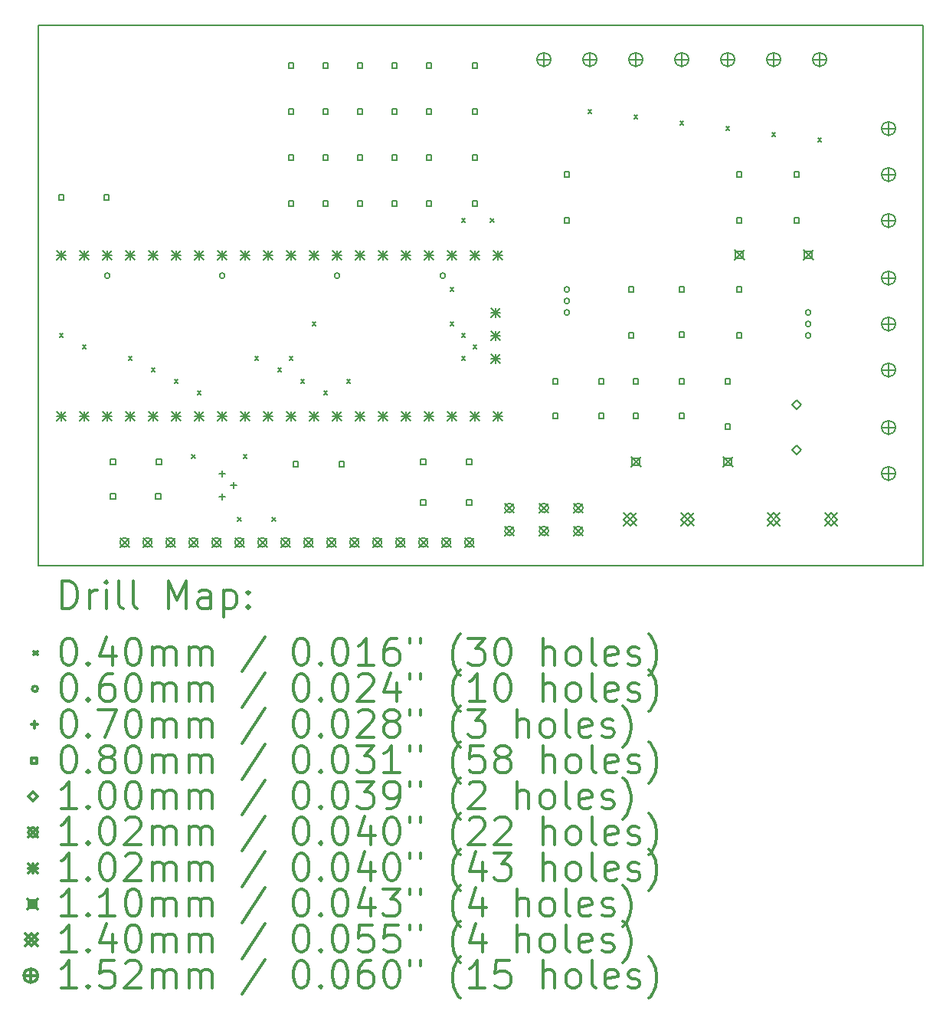
<source format=gbr>
%FSLAX45Y45*%
G04 Gerber Fmt 4.5, Leading zero omitted, Abs format (unit mm)*
G04 Created by KiCad (PCBNEW 4.0.5+dfsg1-4+deb9u1) date Sat Oct  1 11:33:49 2022*
%MOMM*%
%LPD*%
G01*
G04 APERTURE LIST*
%ADD10C,0.127000*%
%ADD11C,0.150000*%
%ADD12C,0.200000*%
%ADD13C,0.300000*%
G04 APERTURE END LIST*
D10*
D11*
X10160000Y-11938000D02*
X10160000Y-5969000D01*
X19939000Y-11938000D02*
X10160000Y-11938000D01*
X19939000Y-5969000D02*
X19939000Y-11938000D01*
X10160000Y-5969000D02*
X19939000Y-5969000D01*
D12*
X10394000Y-9378000D02*
X10434000Y-9418000D01*
X10434000Y-9378000D02*
X10394000Y-9418000D01*
X10648000Y-9505000D02*
X10688000Y-9545000D01*
X10688000Y-9505000D02*
X10648000Y-9545000D01*
X11156000Y-9632000D02*
X11196000Y-9672000D01*
X11196000Y-9632000D02*
X11156000Y-9672000D01*
X11410000Y-9759000D02*
X11450000Y-9799000D01*
X11450000Y-9759000D02*
X11410000Y-9799000D01*
X11664000Y-9886000D02*
X11704000Y-9926000D01*
X11704000Y-9886000D02*
X11664000Y-9926000D01*
X11854500Y-10711500D02*
X11894500Y-10751500D01*
X11894500Y-10711500D02*
X11854500Y-10751500D01*
X11918000Y-10013000D02*
X11958000Y-10053000D01*
X11958000Y-10013000D02*
X11918000Y-10053000D01*
X12362500Y-11410000D02*
X12402500Y-11450000D01*
X12402500Y-11410000D02*
X12362500Y-11450000D01*
X12426000Y-10711500D02*
X12466000Y-10751500D01*
X12466000Y-10711500D02*
X12426000Y-10751500D01*
X12553000Y-9632000D02*
X12593000Y-9672000D01*
X12593000Y-9632000D02*
X12553000Y-9672000D01*
X12743500Y-11410000D02*
X12783500Y-11450000D01*
X12783500Y-11410000D02*
X12743500Y-11450000D01*
X12807000Y-9759000D02*
X12847000Y-9799000D01*
X12847000Y-9759000D02*
X12807000Y-9799000D01*
X12934000Y-9632000D02*
X12974000Y-9672000D01*
X12974000Y-9632000D02*
X12934000Y-9672000D01*
X13061000Y-9886000D02*
X13101000Y-9926000D01*
X13101000Y-9886000D02*
X13061000Y-9926000D01*
X13188000Y-9251000D02*
X13228000Y-9291000D01*
X13228000Y-9251000D02*
X13188000Y-9291000D01*
X13315000Y-10013000D02*
X13355000Y-10053000D01*
X13355000Y-10013000D02*
X13315000Y-10053000D01*
X13569000Y-9886000D02*
X13609000Y-9926000D01*
X13609000Y-9886000D02*
X13569000Y-9926000D01*
X14712000Y-8870000D02*
X14752000Y-8910000D01*
X14752000Y-8870000D02*
X14712000Y-8910000D01*
X14712000Y-9251000D02*
X14752000Y-9291000D01*
X14752000Y-9251000D02*
X14712000Y-9291000D01*
X14839000Y-8108000D02*
X14879000Y-8148000D01*
X14879000Y-8108000D02*
X14839000Y-8148000D01*
X14839000Y-9378000D02*
X14879000Y-9418000D01*
X14879000Y-9378000D02*
X14839000Y-9418000D01*
X14839000Y-9632000D02*
X14879000Y-9672000D01*
X14879000Y-9632000D02*
X14839000Y-9672000D01*
X14966000Y-9505000D02*
X15006000Y-9545000D01*
X15006000Y-9505000D02*
X14966000Y-9545000D01*
X15156500Y-8108000D02*
X15196500Y-8148000D01*
X15196500Y-8108000D02*
X15156500Y-8148000D01*
X16236000Y-6901500D02*
X16276000Y-6941500D01*
X16276000Y-6901500D02*
X16236000Y-6941500D01*
X16744000Y-6965000D02*
X16784000Y-7005000D01*
X16784000Y-6965000D02*
X16744000Y-7005000D01*
X17252000Y-7028500D02*
X17292000Y-7068500D01*
X17292000Y-7028500D02*
X17252000Y-7068500D01*
X17760000Y-7092000D02*
X17800000Y-7132000D01*
X17800000Y-7092000D02*
X17760000Y-7132000D01*
X18268000Y-7155500D02*
X18308000Y-7195500D01*
X18308000Y-7155500D02*
X18268000Y-7195500D01*
X18776000Y-7219000D02*
X18816000Y-7259000D01*
X18816000Y-7219000D02*
X18776000Y-7259000D01*
X10952000Y-8737600D02*
G75*
G03X10952000Y-8737600I-30000J0D01*
G01*
X12222000Y-8737600D02*
G75*
G03X12222000Y-8737600I-30000J0D01*
G01*
X13492000Y-8737600D02*
G75*
G03X13492000Y-8737600I-30000J0D01*
G01*
X14660400Y-8737600D02*
G75*
G03X14660400Y-8737600I-30000J0D01*
G01*
X16032000Y-8890000D02*
G75*
G03X16032000Y-8890000I-30000J0D01*
G01*
X16032000Y-9017000D02*
G75*
G03X16032000Y-9017000I-30000J0D01*
G01*
X16032000Y-9144000D02*
G75*
G03X16032000Y-9144000I-30000J0D01*
G01*
X18699000Y-9144000D02*
G75*
G03X18699000Y-9144000I-30000J0D01*
G01*
X18699000Y-9271000D02*
G75*
G03X18699000Y-9271000I-30000J0D01*
G01*
X18699000Y-9398000D02*
G75*
G03X18699000Y-9398000I-30000J0D01*
G01*
X12192000Y-10887000D02*
X12192000Y-10957000D01*
X12157000Y-10922000D02*
X12227000Y-10922000D01*
X12192000Y-11141000D02*
X12192000Y-11211000D01*
X12157000Y-11176000D02*
X12227000Y-11176000D01*
X12319000Y-11014000D02*
X12319000Y-11084000D01*
X12284000Y-11049000D02*
X12354000Y-11049000D01*
X10442285Y-7902284D02*
X10442285Y-7845715D01*
X10385716Y-7845715D01*
X10385716Y-7902284D01*
X10442285Y-7902284D01*
X10942285Y-7902284D02*
X10942285Y-7845715D01*
X10885716Y-7845715D01*
X10885716Y-7902284D01*
X10942285Y-7902284D01*
X11013785Y-10823285D02*
X11013785Y-10766716D01*
X10957216Y-10766716D01*
X10957216Y-10823285D01*
X11013785Y-10823285D01*
X11013785Y-11204284D02*
X11013785Y-11147716D01*
X10957216Y-11147716D01*
X10957216Y-11204284D01*
X11013785Y-11204284D01*
X11513784Y-11204284D02*
X11513784Y-11147716D01*
X11457215Y-11147716D01*
X11457215Y-11204284D01*
X11513784Y-11204284D01*
X11521784Y-10823285D02*
X11521784Y-10766716D01*
X11465215Y-10766716D01*
X11465215Y-10823285D01*
X11521784Y-10823285D01*
X12982284Y-6441784D02*
X12982284Y-6385215D01*
X12925715Y-6385215D01*
X12925715Y-6441784D01*
X12982284Y-6441784D01*
X12982284Y-6949784D02*
X12982284Y-6893215D01*
X12925715Y-6893215D01*
X12925715Y-6949784D01*
X12982284Y-6949784D01*
X12982284Y-7457784D02*
X12982284Y-7401215D01*
X12925715Y-7401215D01*
X12925715Y-7457784D01*
X12982284Y-7457784D01*
X12982284Y-7965784D02*
X12982284Y-7909215D01*
X12925715Y-7909215D01*
X12925715Y-7965784D01*
X12982284Y-7965784D01*
X13033084Y-10848685D02*
X13033084Y-10792116D01*
X12976515Y-10792116D01*
X12976515Y-10848685D01*
X13033084Y-10848685D01*
X13363284Y-6441784D02*
X13363284Y-6385215D01*
X13306715Y-6385215D01*
X13306715Y-6441784D01*
X13363284Y-6441784D01*
X13363284Y-6949784D02*
X13363284Y-6893215D01*
X13306715Y-6893215D01*
X13306715Y-6949784D01*
X13363284Y-6949784D01*
X13363284Y-7457784D02*
X13363284Y-7401215D01*
X13306715Y-7401215D01*
X13306715Y-7457784D01*
X13363284Y-7457784D01*
X13363284Y-7965784D02*
X13363284Y-7909215D01*
X13306715Y-7909215D01*
X13306715Y-7965784D01*
X13363284Y-7965784D01*
X13541084Y-10848685D02*
X13541084Y-10792116D01*
X13484515Y-10792116D01*
X13484515Y-10848685D01*
X13541084Y-10848685D01*
X13744284Y-6441784D02*
X13744284Y-6385215D01*
X13687715Y-6385215D01*
X13687715Y-6441784D01*
X13744284Y-6441784D01*
X13744284Y-6949784D02*
X13744284Y-6893215D01*
X13687715Y-6893215D01*
X13687715Y-6949784D01*
X13744284Y-6949784D01*
X13744284Y-7457784D02*
X13744284Y-7401215D01*
X13687715Y-7401215D01*
X13687715Y-7457784D01*
X13744284Y-7457784D01*
X13744284Y-7965784D02*
X13744284Y-7909215D01*
X13687715Y-7909215D01*
X13687715Y-7965784D01*
X13744284Y-7965784D01*
X14125284Y-6441784D02*
X14125284Y-6385215D01*
X14068715Y-6385215D01*
X14068715Y-6441784D01*
X14125284Y-6441784D01*
X14125284Y-6949784D02*
X14125284Y-6893215D01*
X14068715Y-6893215D01*
X14068715Y-6949784D01*
X14125284Y-6949784D01*
X14125284Y-7457784D02*
X14125284Y-7401215D01*
X14068715Y-7401215D01*
X14068715Y-7457784D01*
X14125284Y-7457784D01*
X14125284Y-7965784D02*
X14125284Y-7909215D01*
X14068715Y-7909215D01*
X14068715Y-7965784D01*
X14125284Y-7965784D01*
X14442784Y-10823285D02*
X14442784Y-10766716D01*
X14386215Y-10766716D01*
X14386215Y-10823285D01*
X14442784Y-10823285D01*
X14442784Y-11267784D02*
X14442784Y-11211215D01*
X14386215Y-11211215D01*
X14386215Y-11267784D01*
X14442784Y-11267784D01*
X14506284Y-6441784D02*
X14506284Y-6385215D01*
X14449715Y-6385215D01*
X14449715Y-6441784D01*
X14506284Y-6441784D01*
X14506284Y-6949784D02*
X14506284Y-6893215D01*
X14449715Y-6893215D01*
X14449715Y-6949784D01*
X14506284Y-6949784D01*
X14506284Y-7457784D02*
X14506284Y-7401215D01*
X14449715Y-7401215D01*
X14449715Y-7457784D01*
X14506284Y-7457784D01*
X14506284Y-7965784D02*
X14506284Y-7909215D01*
X14449715Y-7909215D01*
X14449715Y-7965784D01*
X14506284Y-7965784D01*
X14950784Y-10823285D02*
X14950784Y-10766716D01*
X14894215Y-10766716D01*
X14894215Y-10823285D01*
X14950784Y-10823285D01*
X14950784Y-11267784D02*
X14950784Y-11211215D01*
X14894215Y-11211215D01*
X14894215Y-11267784D01*
X14950784Y-11267784D01*
X15014284Y-6441784D02*
X15014284Y-6385215D01*
X14957715Y-6385215D01*
X14957715Y-6441784D01*
X15014284Y-6441784D01*
X15014284Y-6949784D02*
X15014284Y-6893215D01*
X14957715Y-6893215D01*
X14957715Y-6949784D01*
X15014284Y-6949784D01*
X15014284Y-7457784D02*
X15014284Y-7401215D01*
X14957715Y-7401215D01*
X14957715Y-7457784D01*
X15014284Y-7457784D01*
X15014284Y-7965784D02*
X15014284Y-7909215D01*
X14957715Y-7909215D01*
X14957715Y-7965784D01*
X15014284Y-7965784D01*
X15903284Y-9934285D02*
X15903284Y-9877716D01*
X15846715Y-9877716D01*
X15846715Y-9934285D01*
X15903284Y-9934285D01*
X15903284Y-10315285D02*
X15903284Y-10258716D01*
X15846715Y-10258716D01*
X15846715Y-10315285D01*
X15903284Y-10315285D01*
X16030284Y-7648284D02*
X16030284Y-7591715D01*
X15973715Y-7591715D01*
X15973715Y-7648284D01*
X16030284Y-7648284D01*
X16030284Y-8156284D02*
X16030284Y-8099715D01*
X15973715Y-8099715D01*
X15973715Y-8156284D01*
X16030284Y-8156284D01*
X16411284Y-9934285D02*
X16411284Y-9877716D01*
X16354715Y-9877716D01*
X16354715Y-9934285D01*
X16411284Y-9934285D01*
X16411284Y-10315285D02*
X16411284Y-10258716D01*
X16354715Y-10258716D01*
X16354715Y-10315285D01*
X16411284Y-10315285D01*
X16741484Y-8918285D02*
X16741484Y-8861716D01*
X16684915Y-8861716D01*
X16684915Y-8918285D01*
X16741484Y-8918285D01*
X16741484Y-9426285D02*
X16741484Y-9369716D01*
X16684915Y-9369716D01*
X16684915Y-9426285D01*
X16741484Y-9426285D01*
X16792285Y-9934285D02*
X16792285Y-9877716D01*
X16735715Y-9877716D01*
X16735715Y-9934285D01*
X16792285Y-9934285D01*
X16792285Y-10315285D02*
X16792285Y-10258716D01*
X16735715Y-10258716D01*
X16735715Y-10315285D01*
X16792285Y-10315285D01*
X17300285Y-8918285D02*
X17300285Y-8861716D01*
X17243716Y-8861716D01*
X17243716Y-8918285D01*
X17300285Y-8918285D01*
X17300285Y-9418285D02*
X17300285Y-9361716D01*
X17243716Y-9361716D01*
X17243716Y-9418285D01*
X17300285Y-9418285D01*
X17300285Y-9934285D02*
X17300285Y-9877716D01*
X17243716Y-9877716D01*
X17243716Y-9934285D01*
X17300285Y-9934285D01*
X17300285Y-10315285D02*
X17300285Y-10258716D01*
X17243716Y-10258716D01*
X17243716Y-10315285D01*
X17300285Y-10315285D01*
X17808285Y-9934285D02*
X17808285Y-9877716D01*
X17751716Y-9877716D01*
X17751716Y-9934285D01*
X17808285Y-9934285D01*
X17808285Y-10434285D02*
X17808285Y-10377716D01*
X17751716Y-10377716D01*
X17751716Y-10434285D01*
X17808285Y-10434285D01*
X17935285Y-7648284D02*
X17935285Y-7591715D01*
X17878716Y-7591715D01*
X17878716Y-7648284D01*
X17935285Y-7648284D01*
X17935285Y-8156284D02*
X17935285Y-8099715D01*
X17878716Y-8099715D01*
X17878716Y-8156284D01*
X17935285Y-8156284D01*
X17935285Y-8918285D02*
X17935285Y-8861716D01*
X17878716Y-8861716D01*
X17878716Y-8918285D01*
X17935285Y-8918285D01*
X17935285Y-9426285D02*
X17935285Y-9369716D01*
X17878716Y-9369716D01*
X17878716Y-9426285D01*
X17935285Y-9426285D01*
X18570285Y-7648284D02*
X18570285Y-7591715D01*
X18513716Y-7591715D01*
X18513716Y-7648284D01*
X18570285Y-7648284D01*
X18570285Y-8156284D02*
X18570285Y-8099715D01*
X18513716Y-8099715D01*
X18513716Y-8156284D01*
X18570285Y-8156284D01*
X18542000Y-10210000D02*
X18592000Y-10160000D01*
X18542000Y-10110000D01*
X18492000Y-10160000D01*
X18542000Y-10210000D01*
X18542000Y-10710000D02*
X18592000Y-10660000D01*
X18542000Y-10610000D01*
X18492000Y-10660000D01*
X18542000Y-10710000D01*
X11061700Y-11633200D02*
X11163300Y-11734800D01*
X11163300Y-11633200D02*
X11061700Y-11734800D01*
X11163300Y-11684000D02*
G75*
G03X11163300Y-11684000I-50800J0D01*
G01*
X11315700Y-11633200D02*
X11417300Y-11734800D01*
X11417300Y-11633200D02*
X11315700Y-11734800D01*
X11417300Y-11684000D02*
G75*
G03X11417300Y-11684000I-50800J0D01*
G01*
X11569700Y-11633200D02*
X11671300Y-11734800D01*
X11671300Y-11633200D02*
X11569700Y-11734800D01*
X11671300Y-11684000D02*
G75*
G03X11671300Y-11684000I-50800J0D01*
G01*
X11823700Y-11633200D02*
X11925300Y-11734800D01*
X11925300Y-11633200D02*
X11823700Y-11734800D01*
X11925300Y-11684000D02*
G75*
G03X11925300Y-11684000I-50800J0D01*
G01*
X12077700Y-11633200D02*
X12179300Y-11734800D01*
X12179300Y-11633200D02*
X12077700Y-11734800D01*
X12179300Y-11684000D02*
G75*
G03X12179300Y-11684000I-50800J0D01*
G01*
X12331700Y-11633200D02*
X12433300Y-11734800D01*
X12433300Y-11633200D02*
X12331700Y-11734800D01*
X12433300Y-11684000D02*
G75*
G03X12433300Y-11684000I-50800J0D01*
G01*
X12585700Y-11633200D02*
X12687300Y-11734800D01*
X12687300Y-11633200D02*
X12585700Y-11734800D01*
X12687300Y-11684000D02*
G75*
G03X12687300Y-11684000I-50800J0D01*
G01*
X12839700Y-11633200D02*
X12941300Y-11734800D01*
X12941300Y-11633200D02*
X12839700Y-11734800D01*
X12941300Y-11684000D02*
G75*
G03X12941300Y-11684000I-50800J0D01*
G01*
X13093700Y-11633200D02*
X13195300Y-11734800D01*
X13195300Y-11633200D02*
X13093700Y-11734800D01*
X13195300Y-11684000D02*
G75*
G03X13195300Y-11684000I-50800J0D01*
G01*
X13347700Y-11633200D02*
X13449300Y-11734800D01*
X13449300Y-11633200D02*
X13347700Y-11734800D01*
X13449300Y-11684000D02*
G75*
G03X13449300Y-11684000I-50800J0D01*
G01*
X13601700Y-11633200D02*
X13703300Y-11734800D01*
X13703300Y-11633200D02*
X13601700Y-11734800D01*
X13703300Y-11684000D02*
G75*
G03X13703300Y-11684000I-50800J0D01*
G01*
X13855700Y-11633200D02*
X13957300Y-11734800D01*
X13957300Y-11633200D02*
X13855700Y-11734800D01*
X13957300Y-11684000D02*
G75*
G03X13957300Y-11684000I-50800J0D01*
G01*
X14109700Y-11633200D02*
X14211300Y-11734800D01*
X14211300Y-11633200D02*
X14109700Y-11734800D01*
X14211300Y-11684000D02*
G75*
G03X14211300Y-11684000I-50800J0D01*
G01*
X14363700Y-11633200D02*
X14465300Y-11734800D01*
X14465300Y-11633200D02*
X14363700Y-11734800D01*
X14465300Y-11684000D02*
G75*
G03X14465300Y-11684000I-50800J0D01*
G01*
X14617700Y-11633200D02*
X14719300Y-11734800D01*
X14719300Y-11633200D02*
X14617700Y-11734800D01*
X14719300Y-11684000D02*
G75*
G03X14719300Y-11684000I-50800J0D01*
G01*
X14871700Y-11633200D02*
X14973300Y-11734800D01*
X14973300Y-11633200D02*
X14871700Y-11734800D01*
X14973300Y-11684000D02*
G75*
G03X14973300Y-11684000I-50800J0D01*
G01*
X15316200Y-11252200D02*
X15417800Y-11353800D01*
X15417800Y-11252200D02*
X15316200Y-11353800D01*
X15417800Y-11303000D02*
G75*
G03X15417800Y-11303000I-50800J0D01*
G01*
X15316200Y-11506200D02*
X15417800Y-11607800D01*
X15417800Y-11506200D02*
X15316200Y-11607800D01*
X15417800Y-11557000D02*
G75*
G03X15417800Y-11557000I-50800J0D01*
G01*
X15697200Y-11252200D02*
X15798800Y-11353800D01*
X15798800Y-11252200D02*
X15697200Y-11353800D01*
X15798800Y-11303000D02*
G75*
G03X15798800Y-11303000I-50800J0D01*
G01*
X15697200Y-11506200D02*
X15798800Y-11607800D01*
X15798800Y-11506200D02*
X15697200Y-11607800D01*
X15798800Y-11557000D02*
G75*
G03X15798800Y-11557000I-50800J0D01*
G01*
X16078200Y-11252200D02*
X16179800Y-11353800D01*
X16179800Y-11252200D02*
X16078200Y-11353800D01*
X16179800Y-11303000D02*
G75*
G03X16179800Y-11303000I-50800J0D01*
G01*
X16078200Y-11506200D02*
X16179800Y-11607800D01*
X16179800Y-11506200D02*
X16078200Y-11607800D01*
X16179800Y-11557000D02*
G75*
G03X16179800Y-11557000I-50800J0D01*
G01*
X10363000Y-8458000D02*
X10465000Y-8560000D01*
X10465000Y-8458000D02*
X10363000Y-8560000D01*
X10414000Y-8458000D02*
X10414000Y-8560000D01*
X10363000Y-8509000D02*
X10465000Y-8509000D01*
X10363000Y-10236000D02*
X10465000Y-10338000D01*
X10465000Y-10236000D02*
X10363000Y-10338000D01*
X10414000Y-10236000D02*
X10414000Y-10338000D01*
X10363000Y-10287000D02*
X10465000Y-10287000D01*
X10617000Y-8458000D02*
X10719000Y-8560000D01*
X10719000Y-8458000D02*
X10617000Y-8560000D01*
X10668000Y-8458000D02*
X10668000Y-8560000D01*
X10617000Y-8509000D02*
X10719000Y-8509000D01*
X10617000Y-10236000D02*
X10719000Y-10338000D01*
X10719000Y-10236000D02*
X10617000Y-10338000D01*
X10668000Y-10236000D02*
X10668000Y-10338000D01*
X10617000Y-10287000D02*
X10719000Y-10287000D01*
X10871000Y-8458000D02*
X10973000Y-8560000D01*
X10973000Y-8458000D02*
X10871000Y-8560000D01*
X10922000Y-8458000D02*
X10922000Y-8560000D01*
X10871000Y-8509000D02*
X10973000Y-8509000D01*
X10871000Y-10236000D02*
X10973000Y-10338000D01*
X10973000Y-10236000D02*
X10871000Y-10338000D01*
X10922000Y-10236000D02*
X10922000Y-10338000D01*
X10871000Y-10287000D02*
X10973000Y-10287000D01*
X11125000Y-8458000D02*
X11227000Y-8560000D01*
X11227000Y-8458000D02*
X11125000Y-8560000D01*
X11176000Y-8458000D02*
X11176000Y-8560000D01*
X11125000Y-8509000D02*
X11227000Y-8509000D01*
X11125000Y-10236000D02*
X11227000Y-10338000D01*
X11227000Y-10236000D02*
X11125000Y-10338000D01*
X11176000Y-10236000D02*
X11176000Y-10338000D01*
X11125000Y-10287000D02*
X11227000Y-10287000D01*
X11379000Y-8458000D02*
X11481000Y-8560000D01*
X11481000Y-8458000D02*
X11379000Y-8560000D01*
X11430000Y-8458000D02*
X11430000Y-8560000D01*
X11379000Y-8509000D02*
X11481000Y-8509000D01*
X11379000Y-10236000D02*
X11481000Y-10338000D01*
X11481000Y-10236000D02*
X11379000Y-10338000D01*
X11430000Y-10236000D02*
X11430000Y-10338000D01*
X11379000Y-10287000D02*
X11481000Y-10287000D01*
X11633000Y-8458000D02*
X11735000Y-8560000D01*
X11735000Y-8458000D02*
X11633000Y-8560000D01*
X11684000Y-8458000D02*
X11684000Y-8560000D01*
X11633000Y-8509000D02*
X11735000Y-8509000D01*
X11633000Y-10236000D02*
X11735000Y-10338000D01*
X11735000Y-10236000D02*
X11633000Y-10338000D01*
X11684000Y-10236000D02*
X11684000Y-10338000D01*
X11633000Y-10287000D02*
X11735000Y-10287000D01*
X11887000Y-8458000D02*
X11989000Y-8560000D01*
X11989000Y-8458000D02*
X11887000Y-8560000D01*
X11938000Y-8458000D02*
X11938000Y-8560000D01*
X11887000Y-8509000D02*
X11989000Y-8509000D01*
X11887000Y-10236000D02*
X11989000Y-10338000D01*
X11989000Y-10236000D02*
X11887000Y-10338000D01*
X11938000Y-10236000D02*
X11938000Y-10338000D01*
X11887000Y-10287000D02*
X11989000Y-10287000D01*
X12141000Y-8458000D02*
X12243000Y-8560000D01*
X12243000Y-8458000D02*
X12141000Y-8560000D01*
X12192000Y-8458000D02*
X12192000Y-8560000D01*
X12141000Y-8509000D02*
X12243000Y-8509000D01*
X12141000Y-10236000D02*
X12243000Y-10338000D01*
X12243000Y-10236000D02*
X12141000Y-10338000D01*
X12192000Y-10236000D02*
X12192000Y-10338000D01*
X12141000Y-10287000D02*
X12243000Y-10287000D01*
X12395000Y-8458000D02*
X12497000Y-8560000D01*
X12497000Y-8458000D02*
X12395000Y-8560000D01*
X12446000Y-8458000D02*
X12446000Y-8560000D01*
X12395000Y-8509000D02*
X12497000Y-8509000D01*
X12395000Y-10236000D02*
X12497000Y-10338000D01*
X12497000Y-10236000D02*
X12395000Y-10338000D01*
X12446000Y-10236000D02*
X12446000Y-10338000D01*
X12395000Y-10287000D02*
X12497000Y-10287000D01*
X12649000Y-8458000D02*
X12751000Y-8560000D01*
X12751000Y-8458000D02*
X12649000Y-8560000D01*
X12700000Y-8458000D02*
X12700000Y-8560000D01*
X12649000Y-8509000D02*
X12751000Y-8509000D01*
X12649000Y-10236000D02*
X12751000Y-10338000D01*
X12751000Y-10236000D02*
X12649000Y-10338000D01*
X12700000Y-10236000D02*
X12700000Y-10338000D01*
X12649000Y-10287000D02*
X12751000Y-10287000D01*
X12903000Y-8458000D02*
X13005000Y-8560000D01*
X13005000Y-8458000D02*
X12903000Y-8560000D01*
X12954000Y-8458000D02*
X12954000Y-8560000D01*
X12903000Y-8509000D02*
X13005000Y-8509000D01*
X12903000Y-10236000D02*
X13005000Y-10338000D01*
X13005000Y-10236000D02*
X12903000Y-10338000D01*
X12954000Y-10236000D02*
X12954000Y-10338000D01*
X12903000Y-10287000D02*
X13005000Y-10287000D01*
X13157000Y-8458000D02*
X13259000Y-8560000D01*
X13259000Y-8458000D02*
X13157000Y-8560000D01*
X13208000Y-8458000D02*
X13208000Y-8560000D01*
X13157000Y-8509000D02*
X13259000Y-8509000D01*
X13157000Y-10236000D02*
X13259000Y-10338000D01*
X13259000Y-10236000D02*
X13157000Y-10338000D01*
X13208000Y-10236000D02*
X13208000Y-10338000D01*
X13157000Y-10287000D02*
X13259000Y-10287000D01*
X13411000Y-8458000D02*
X13513000Y-8560000D01*
X13513000Y-8458000D02*
X13411000Y-8560000D01*
X13462000Y-8458000D02*
X13462000Y-8560000D01*
X13411000Y-8509000D02*
X13513000Y-8509000D01*
X13411000Y-10236000D02*
X13513000Y-10338000D01*
X13513000Y-10236000D02*
X13411000Y-10338000D01*
X13462000Y-10236000D02*
X13462000Y-10338000D01*
X13411000Y-10287000D02*
X13513000Y-10287000D01*
X13665000Y-8458000D02*
X13767000Y-8560000D01*
X13767000Y-8458000D02*
X13665000Y-8560000D01*
X13716000Y-8458000D02*
X13716000Y-8560000D01*
X13665000Y-8509000D02*
X13767000Y-8509000D01*
X13665000Y-10236000D02*
X13767000Y-10338000D01*
X13767000Y-10236000D02*
X13665000Y-10338000D01*
X13716000Y-10236000D02*
X13716000Y-10338000D01*
X13665000Y-10287000D02*
X13767000Y-10287000D01*
X13919000Y-8458000D02*
X14021000Y-8560000D01*
X14021000Y-8458000D02*
X13919000Y-8560000D01*
X13970000Y-8458000D02*
X13970000Y-8560000D01*
X13919000Y-8509000D02*
X14021000Y-8509000D01*
X13919000Y-10236000D02*
X14021000Y-10338000D01*
X14021000Y-10236000D02*
X13919000Y-10338000D01*
X13970000Y-10236000D02*
X13970000Y-10338000D01*
X13919000Y-10287000D02*
X14021000Y-10287000D01*
X14173000Y-8458000D02*
X14275000Y-8560000D01*
X14275000Y-8458000D02*
X14173000Y-8560000D01*
X14224000Y-8458000D02*
X14224000Y-8560000D01*
X14173000Y-8509000D02*
X14275000Y-8509000D01*
X14173000Y-10236000D02*
X14275000Y-10338000D01*
X14275000Y-10236000D02*
X14173000Y-10338000D01*
X14224000Y-10236000D02*
X14224000Y-10338000D01*
X14173000Y-10287000D02*
X14275000Y-10287000D01*
X14427000Y-8458000D02*
X14529000Y-8560000D01*
X14529000Y-8458000D02*
X14427000Y-8560000D01*
X14478000Y-8458000D02*
X14478000Y-8560000D01*
X14427000Y-8509000D02*
X14529000Y-8509000D01*
X14427000Y-10236000D02*
X14529000Y-10338000D01*
X14529000Y-10236000D02*
X14427000Y-10338000D01*
X14478000Y-10236000D02*
X14478000Y-10338000D01*
X14427000Y-10287000D02*
X14529000Y-10287000D01*
X14681000Y-8458000D02*
X14783000Y-8560000D01*
X14783000Y-8458000D02*
X14681000Y-8560000D01*
X14732000Y-8458000D02*
X14732000Y-8560000D01*
X14681000Y-8509000D02*
X14783000Y-8509000D01*
X14681000Y-10236000D02*
X14783000Y-10338000D01*
X14783000Y-10236000D02*
X14681000Y-10338000D01*
X14732000Y-10236000D02*
X14732000Y-10338000D01*
X14681000Y-10287000D02*
X14783000Y-10287000D01*
X14935000Y-8458000D02*
X15037000Y-8560000D01*
X15037000Y-8458000D02*
X14935000Y-8560000D01*
X14986000Y-8458000D02*
X14986000Y-8560000D01*
X14935000Y-8509000D02*
X15037000Y-8509000D01*
X14935000Y-10236000D02*
X15037000Y-10338000D01*
X15037000Y-10236000D02*
X14935000Y-10338000D01*
X14986000Y-10236000D02*
X14986000Y-10338000D01*
X14935000Y-10287000D02*
X15037000Y-10287000D01*
X15166000Y-9093000D02*
X15268000Y-9195000D01*
X15268000Y-9093000D02*
X15166000Y-9195000D01*
X15217000Y-9093000D02*
X15217000Y-9195000D01*
X15166000Y-9144000D02*
X15268000Y-9144000D01*
X15166000Y-9347000D02*
X15268000Y-9449000D01*
X15268000Y-9347000D02*
X15166000Y-9449000D01*
X15217000Y-9347000D02*
X15217000Y-9449000D01*
X15166000Y-9398000D02*
X15268000Y-9398000D01*
X15166000Y-9601000D02*
X15268000Y-9703000D01*
X15268000Y-9601000D02*
X15166000Y-9703000D01*
X15217000Y-9601000D02*
X15217000Y-9703000D01*
X15166000Y-9652000D02*
X15268000Y-9652000D01*
X15189000Y-8458000D02*
X15291000Y-8560000D01*
X15291000Y-8458000D02*
X15189000Y-8560000D01*
X15240000Y-8458000D02*
X15240000Y-8560000D01*
X15189000Y-8509000D02*
X15291000Y-8509000D01*
X15189000Y-10236000D02*
X15291000Y-10338000D01*
X15291000Y-10236000D02*
X15189000Y-10338000D01*
X15240000Y-10236000D02*
X15240000Y-10338000D01*
X15189000Y-10287000D02*
X15291000Y-10287000D01*
X16709000Y-10740000D02*
X16819000Y-10850000D01*
X16819000Y-10740000D02*
X16709000Y-10850000D01*
X16802891Y-10833891D02*
X16802891Y-10756109D01*
X16725109Y-10756109D01*
X16725109Y-10833891D01*
X16802891Y-10833891D01*
X17725000Y-10740000D02*
X17835000Y-10850000D01*
X17835000Y-10740000D02*
X17725000Y-10850000D01*
X17818891Y-10833891D02*
X17818891Y-10756109D01*
X17741109Y-10756109D01*
X17741109Y-10833891D01*
X17818891Y-10833891D01*
X17852000Y-8454000D02*
X17962000Y-8564000D01*
X17962000Y-8454000D02*
X17852000Y-8564000D01*
X17945891Y-8547891D02*
X17945891Y-8470109D01*
X17868109Y-8470109D01*
X17868109Y-8547891D01*
X17945891Y-8547891D01*
X18614000Y-8454000D02*
X18724000Y-8564000D01*
X18724000Y-8454000D02*
X18614000Y-8564000D01*
X18707891Y-8547891D02*
X18707891Y-8470109D01*
X18630109Y-8470109D01*
X18630109Y-8547891D01*
X18707891Y-8547891D01*
X16630500Y-11360000D02*
X16770500Y-11500000D01*
X16770500Y-11360000D02*
X16630500Y-11500000D01*
X16700500Y-11500000D02*
X16770500Y-11430000D01*
X16700500Y-11360000D01*
X16630500Y-11430000D01*
X16700500Y-11500000D01*
X17265500Y-11360000D02*
X17405500Y-11500000D01*
X17405500Y-11360000D02*
X17265500Y-11500000D01*
X17335500Y-11500000D02*
X17405500Y-11430000D01*
X17335500Y-11360000D01*
X17265500Y-11430000D01*
X17335500Y-11500000D01*
X18218000Y-11360000D02*
X18358000Y-11500000D01*
X18358000Y-11360000D02*
X18218000Y-11500000D01*
X18288000Y-11500000D02*
X18358000Y-11430000D01*
X18288000Y-11360000D01*
X18218000Y-11430000D01*
X18288000Y-11500000D01*
X18853000Y-11360000D02*
X18993000Y-11500000D01*
X18993000Y-11360000D02*
X18853000Y-11500000D01*
X18923000Y-11500000D02*
X18993000Y-11430000D01*
X18923000Y-11360000D01*
X18853000Y-11430000D01*
X18923000Y-11500000D01*
X15748000Y-6274000D02*
X15748000Y-6426000D01*
X15672000Y-6350000D02*
X15824000Y-6350000D01*
X15824000Y-6350000D02*
G75*
G03X15824000Y-6350000I-76000J0D01*
G01*
X16256000Y-6274000D02*
X16256000Y-6426000D01*
X16180000Y-6350000D02*
X16332000Y-6350000D01*
X16332000Y-6350000D02*
G75*
G03X16332000Y-6350000I-76000J0D01*
G01*
X16764000Y-6274000D02*
X16764000Y-6426000D01*
X16688000Y-6350000D02*
X16840000Y-6350000D01*
X16840000Y-6350000D02*
G75*
G03X16840000Y-6350000I-76000J0D01*
G01*
X17272000Y-6274000D02*
X17272000Y-6426000D01*
X17196000Y-6350000D02*
X17348000Y-6350000D01*
X17348000Y-6350000D02*
G75*
G03X17348000Y-6350000I-76000J0D01*
G01*
X17780000Y-6274000D02*
X17780000Y-6426000D01*
X17704000Y-6350000D02*
X17856000Y-6350000D01*
X17856000Y-6350000D02*
G75*
G03X17856000Y-6350000I-76000J0D01*
G01*
X18288000Y-6274000D02*
X18288000Y-6426000D01*
X18212000Y-6350000D02*
X18364000Y-6350000D01*
X18364000Y-6350000D02*
G75*
G03X18364000Y-6350000I-76000J0D01*
G01*
X18796000Y-6274000D02*
X18796000Y-6426000D01*
X18720000Y-6350000D02*
X18872000Y-6350000D01*
X18872000Y-6350000D02*
G75*
G03X18872000Y-6350000I-76000J0D01*
G01*
X19558000Y-7036000D02*
X19558000Y-7188000D01*
X19482000Y-7112000D02*
X19634000Y-7112000D01*
X19634000Y-7112000D02*
G75*
G03X19634000Y-7112000I-76000J0D01*
G01*
X19558000Y-7544000D02*
X19558000Y-7696000D01*
X19482000Y-7620000D02*
X19634000Y-7620000D01*
X19634000Y-7620000D02*
G75*
G03X19634000Y-7620000I-76000J0D01*
G01*
X19558000Y-8052000D02*
X19558000Y-8204000D01*
X19482000Y-8128000D02*
X19634000Y-8128000D01*
X19634000Y-8128000D02*
G75*
G03X19634000Y-8128000I-76000J0D01*
G01*
X19558000Y-8687000D02*
X19558000Y-8839000D01*
X19482000Y-8763000D02*
X19634000Y-8763000D01*
X19634000Y-8763000D02*
G75*
G03X19634000Y-8763000I-76000J0D01*
G01*
X19558000Y-9195000D02*
X19558000Y-9347000D01*
X19482000Y-9271000D02*
X19634000Y-9271000D01*
X19634000Y-9271000D02*
G75*
G03X19634000Y-9271000I-76000J0D01*
G01*
X19558000Y-9703000D02*
X19558000Y-9855000D01*
X19482000Y-9779000D02*
X19634000Y-9779000D01*
X19634000Y-9779000D02*
G75*
G03X19634000Y-9779000I-76000J0D01*
G01*
X19558000Y-10338000D02*
X19558000Y-10490000D01*
X19482000Y-10414000D02*
X19634000Y-10414000D01*
X19634000Y-10414000D02*
G75*
G03X19634000Y-10414000I-76000J0D01*
G01*
X19558000Y-10846000D02*
X19558000Y-10998000D01*
X19482000Y-10922000D02*
X19634000Y-10922000D01*
X19634000Y-10922000D02*
G75*
G03X19634000Y-10922000I-76000J0D01*
G01*
D13*
X10423929Y-12411214D02*
X10423929Y-12111214D01*
X10495357Y-12111214D01*
X10538214Y-12125500D01*
X10566786Y-12154071D01*
X10581071Y-12182643D01*
X10595357Y-12239786D01*
X10595357Y-12282643D01*
X10581071Y-12339786D01*
X10566786Y-12368357D01*
X10538214Y-12396929D01*
X10495357Y-12411214D01*
X10423929Y-12411214D01*
X10723929Y-12411214D02*
X10723929Y-12211214D01*
X10723929Y-12268357D02*
X10738214Y-12239786D01*
X10752500Y-12225500D01*
X10781071Y-12211214D01*
X10809643Y-12211214D01*
X10909643Y-12411214D02*
X10909643Y-12211214D01*
X10909643Y-12111214D02*
X10895357Y-12125500D01*
X10909643Y-12139786D01*
X10923929Y-12125500D01*
X10909643Y-12111214D01*
X10909643Y-12139786D01*
X11095357Y-12411214D02*
X11066786Y-12396929D01*
X11052500Y-12368357D01*
X11052500Y-12111214D01*
X11252500Y-12411214D02*
X11223928Y-12396929D01*
X11209643Y-12368357D01*
X11209643Y-12111214D01*
X11595357Y-12411214D02*
X11595357Y-12111214D01*
X11695357Y-12325500D01*
X11795357Y-12111214D01*
X11795357Y-12411214D01*
X12066786Y-12411214D02*
X12066786Y-12254071D01*
X12052500Y-12225500D01*
X12023928Y-12211214D01*
X11966786Y-12211214D01*
X11938214Y-12225500D01*
X12066786Y-12396929D02*
X12038214Y-12411214D01*
X11966786Y-12411214D01*
X11938214Y-12396929D01*
X11923928Y-12368357D01*
X11923928Y-12339786D01*
X11938214Y-12311214D01*
X11966786Y-12296929D01*
X12038214Y-12296929D01*
X12066786Y-12282643D01*
X12209643Y-12211214D02*
X12209643Y-12511214D01*
X12209643Y-12225500D02*
X12238214Y-12211214D01*
X12295357Y-12211214D01*
X12323928Y-12225500D01*
X12338214Y-12239786D01*
X12352500Y-12268357D01*
X12352500Y-12354071D01*
X12338214Y-12382643D01*
X12323928Y-12396929D01*
X12295357Y-12411214D01*
X12238214Y-12411214D01*
X12209643Y-12396929D01*
X12481071Y-12382643D02*
X12495357Y-12396929D01*
X12481071Y-12411214D01*
X12466786Y-12396929D01*
X12481071Y-12382643D01*
X12481071Y-12411214D01*
X12481071Y-12225500D02*
X12495357Y-12239786D01*
X12481071Y-12254071D01*
X12466786Y-12239786D01*
X12481071Y-12225500D01*
X12481071Y-12254071D01*
X10112500Y-12885500D02*
X10152500Y-12925500D01*
X10152500Y-12885500D02*
X10112500Y-12925500D01*
X10481071Y-12741214D02*
X10509643Y-12741214D01*
X10538214Y-12755500D01*
X10552500Y-12769786D01*
X10566786Y-12798357D01*
X10581071Y-12855500D01*
X10581071Y-12926929D01*
X10566786Y-12984071D01*
X10552500Y-13012643D01*
X10538214Y-13026929D01*
X10509643Y-13041214D01*
X10481071Y-13041214D01*
X10452500Y-13026929D01*
X10438214Y-13012643D01*
X10423929Y-12984071D01*
X10409643Y-12926929D01*
X10409643Y-12855500D01*
X10423929Y-12798357D01*
X10438214Y-12769786D01*
X10452500Y-12755500D01*
X10481071Y-12741214D01*
X10709643Y-13012643D02*
X10723929Y-13026929D01*
X10709643Y-13041214D01*
X10695357Y-13026929D01*
X10709643Y-13012643D01*
X10709643Y-13041214D01*
X10981071Y-12841214D02*
X10981071Y-13041214D01*
X10909643Y-12726929D02*
X10838214Y-12941214D01*
X11023928Y-12941214D01*
X11195357Y-12741214D02*
X11223928Y-12741214D01*
X11252500Y-12755500D01*
X11266786Y-12769786D01*
X11281071Y-12798357D01*
X11295357Y-12855500D01*
X11295357Y-12926929D01*
X11281071Y-12984071D01*
X11266786Y-13012643D01*
X11252500Y-13026929D01*
X11223928Y-13041214D01*
X11195357Y-13041214D01*
X11166786Y-13026929D01*
X11152500Y-13012643D01*
X11138214Y-12984071D01*
X11123929Y-12926929D01*
X11123929Y-12855500D01*
X11138214Y-12798357D01*
X11152500Y-12769786D01*
X11166786Y-12755500D01*
X11195357Y-12741214D01*
X11423928Y-13041214D02*
X11423928Y-12841214D01*
X11423928Y-12869786D02*
X11438214Y-12855500D01*
X11466786Y-12841214D01*
X11509643Y-12841214D01*
X11538214Y-12855500D01*
X11552500Y-12884071D01*
X11552500Y-13041214D01*
X11552500Y-12884071D02*
X11566786Y-12855500D01*
X11595357Y-12841214D01*
X11638214Y-12841214D01*
X11666786Y-12855500D01*
X11681071Y-12884071D01*
X11681071Y-13041214D01*
X11823928Y-13041214D02*
X11823928Y-12841214D01*
X11823928Y-12869786D02*
X11838214Y-12855500D01*
X11866786Y-12841214D01*
X11909643Y-12841214D01*
X11938214Y-12855500D01*
X11952500Y-12884071D01*
X11952500Y-13041214D01*
X11952500Y-12884071D02*
X11966786Y-12855500D01*
X11995357Y-12841214D01*
X12038214Y-12841214D01*
X12066786Y-12855500D01*
X12081071Y-12884071D01*
X12081071Y-13041214D01*
X12666786Y-12726929D02*
X12409643Y-13112643D01*
X13052500Y-12741214D02*
X13081071Y-12741214D01*
X13109643Y-12755500D01*
X13123928Y-12769786D01*
X13138214Y-12798357D01*
X13152500Y-12855500D01*
X13152500Y-12926929D01*
X13138214Y-12984071D01*
X13123928Y-13012643D01*
X13109643Y-13026929D01*
X13081071Y-13041214D01*
X13052500Y-13041214D01*
X13023928Y-13026929D01*
X13009643Y-13012643D01*
X12995357Y-12984071D01*
X12981071Y-12926929D01*
X12981071Y-12855500D01*
X12995357Y-12798357D01*
X13009643Y-12769786D01*
X13023928Y-12755500D01*
X13052500Y-12741214D01*
X13281071Y-13012643D02*
X13295357Y-13026929D01*
X13281071Y-13041214D01*
X13266786Y-13026929D01*
X13281071Y-13012643D01*
X13281071Y-13041214D01*
X13481071Y-12741214D02*
X13509643Y-12741214D01*
X13538214Y-12755500D01*
X13552500Y-12769786D01*
X13566785Y-12798357D01*
X13581071Y-12855500D01*
X13581071Y-12926929D01*
X13566785Y-12984071D01*
X13552500Y-13012643D01*
X13538214Y-13026929D01*
X13509643Y-13041214D01*
X13481071Y-13041214D01*
X13452500Y-13026929D01*
X13438214Y-13012643D01*
X13423928Y-12984071D01*
X13409643Y-12926929D01*
X13409643Y-12855500D01*
X13423928Y-12798357D01*
X13438214Y-12769786D01*
X13452500Y-12755500D01*
X13481071Y-12741214D01*
X13866785Y-13041214D02*
X13695357Y-13041214D01*
X13781071Y-13041214D02*
X13781071Y-12741214D01*
X13752500Y-12784071D01*
X13723928Y-12812643D01*
X13695357Y-12826929D01*
X14123928Y-12741214D02*
X14066785Y-12741214D01*
X14038214Y-12755500D01*
X14023928Y-12769786D01*
X13995357Y-12812643D01*
X13981071Y-12869786D01*
X13981071Y-12984071D01*
X13995357Y-13012643D01*
X14009643Y-13026929D01*
X14038214Y-13041214D01*
X14095357Y-13041214D01*
X14123928Y-13026929D01*
X14138214Y-13012643D01*
X14152500Y-12984071D01*
X14152500Y-12912643D01*
X14138214Y-12884071D01*
X14123928Y-12869786D01*
X14095357Y-12855500D01*
X14038214Y-12855500D01*
X14009643Y-12869786D01*
X13995357Y-12884071D01*
X13981071Y-12912643D01*
X14266786Y-12741214D02*
X14266786Y-12798357D01*
X14381071Y-12741214D02*
X14381071Y-12798357D01*
X14823928Y-13155500D02*
X14809643Y-13141214D01*
X14781071Y-13098357D01*
X14766785Y-13069786D01*
X14752500Y-13026929D01*
X14738214Y-12955500D01*
X14738214Y-12898357D01*
X14752500Y-12826929D01*
X14766785Y-12784071D01*
X14781071Y-12755500D01*
X14809643Y-12712643D01*
X14823928Y-12698357D01*
X14909643Y-12741214D02*
X15095357Y-12741214D01*
X14995357Y-12855500D01*
X15038214Y-12855500D01*
X15066785Y-12869786D01*
X15081071Y-12884071D01*
X15095357Y-12912643D01*
X15095357Y-12984071D01*
X15081071Y-13012643D01*
X15066785Y-13026929D01*
X15038214Y-13041214D01*
X14952500Y-13041214D01*
X14923928Y-13026929D01*
X14909643Y-13012643D01*
X15281071Y-12741214D02*
X15309643Y-12741214D01*
X15338214Y-12755500D01*
X15352500Y-12769786D01*
X15366785Y-12798357D01*
X15381071Y-12855500D01*
X15381071Y-12926929D01*
X15366785Y-12984071D01*
X15352500Y-13012643D01*
X15338214Y-13026929D01*
X15309643Y-13041214D01*
X15281071Y-13041214D01*
X15252500Y-13026929D01*
X15238214Y-13012643D01*
X15223928Y-12984071D01*
X15209643Y-12926929D01*
X15209643Y-12855500D01*
X15223928Y-12798357D01*
X15238214Y-12769786D01*
X15252500Y-12755500D01*
X15281071Y-12741214D01*
X15738214Y-13041214D02*
X15738214Y-12741214D01*
X15866785Y-13041214D02*
X15866785Y-12884071D01*
X15852500Y-12855500D01*
X15823928Y-12841214D01*
X15781071Y-12841214D01*
X15752500Y-12855500D01*
X15738214Y-12869786D01*
X16052500Y-13041214D02*
X16023928Y-13026929D01*
X16009643Y-13012643D01*
X15995357Y-12984071D01*
X15995357Y-12898357D01*
X16009643Y-12869786D01*
X16023928Y-12855500D01*
X16052500Y-12841214D01*
X16095357Y-12841214D01*
X16123928Y-12855500D01*
X16138214Y-12869786D01*
X16152500Y-12898357D01*
X16152500Y-12984071D01*
X16138214Y-13012643D01*
X16123928Y-13026929D01*
X16095357Y-13041214D01*
X16052500Y-13041214D01*
X16323928Y-13041214D02*
X16295357Y-13026929D01*
X16281071Y-12998357D01*
X16281071Y-12741214D01*
X16552500Y-13026929D02*
X16523928Y-13041214D01*
X16466786Y-13041214D01*
X16438214Y-13026929D01*
X16423928Y-12998357D01*
X16423928Y-12884071D01*
X16438214Y-12855500D01*
X16466786Y-12841214D01*
X16523928Y-12841214D01*
X16552500Y-12855500D01*
X16566786Y-12884071D01*
X16566786Y-12912643D01*
X16423928Y-12941214D01*
X16681071Y-13026929D02*
X16709643Y-13041214D01*
X16766786Y-13041214D01*
X16795357Y-13026929D01*
X16809643Y-12998357D01*
X16809643Y-12984071D01*
X16795357Y-12955500D01*
X16766786Y-12941214D01*
X16723928Y-12941214D01*
X16695357Y-12926929D01*
X16681071Y-12898357D01*
X16681071Y-12884071D01*
X16695357Y-12855500D01*
X16723928Y-12841214D01*
X16766786Y-12841214D01*
X16795357Y-12855500D01*
X16909643Y-13155500D02*
X16923929Y-13141214D01*
X16952500Y-13098357D01*
X16966786Y-13069786D01*
X16981071Y-13026929D01*
X16995357Y-12955500D01*
X16995357Y-12898357D01*
X16981071Y-12826929D01*
X16966786Y-12784071D01*
X16952500Y-12755500D01*
X16923929Y-12712643D01*
X16909643Y-12698357D01*
X10152500Y-13301500D02*
G75*
G03X10152500Y-13301500I-30000J0D01*
G01*
X10481071Y-13137214D02*
X10509643Y-13137214D01*
X10538214Y-13151500D01*
X10552500Y-13165786D01*
X10566786Y-13194357D01*
X10581071Y-13251500D01*
X10581071Y-13322929D01*
X10566786Y-13380071D01*
X10552500Y-13408643D01*
X10538214Y-13422929D01*
X10509643Y-13437214D01*
X10481071Y-13437214D01*
X10452500Y-13422929D01*
X10438214Y-13408643D01*
X10423929Y-13380071D01*
X10409643Y-13322929D01*
X10409643Y-13251500D01*
X10423929Y-13194357D01*
X10438214Y-13165786D01*
X10452500Y-13151500D01*
X10481071Y-13137214D01*
X10709643Y-13408643D02*
X10723929Y-13422929D01*
X10709643Y-13437214D01*
X10695357Y-13422929D01*
X10709643Y-13408643D01*
X10709643Y-13437214D01*
X10981071Y-13137214D02*
X10923928Y-13137214D01*
X10895357Y-13151500D01*
X10881071Y-13165786D01*
X10852500Y-13208643D01*
X10838214Y-13265786D01*
X10838214Y-13380071D01*
X10852500Y-13408643D01*
X10866786Y-13422929D01*
X10895357Y-13437214D01*
X10952500Y-13437214D01*
X10981071Y-13422929D01*
X10995357Y-13408643D01*
X11009643Y-13380071D01*
X11009643Y-13308643D01*
X10995357Y-13280071D01*
X10981071Y-13265786D01*
X10952500Y-13251500D01*
X10895357Y-13251500D01*
X10866786Y-13265786D01*
X10852500Y-13280071D01*
X10838214Y-13308643D01*
X11195357Y-13137214D02*
X11223928Y-13137214D01*
X11252500Y-13151500D01*
X11266786Y-13165786D01*
X11281071Y-13194357D01*
X11295357Y-13251500D01*
X11295357Y-13322929D01*
X11281071Y-13380071D01*
X11266786Y-13408643D01*
X11252500Y-13422929D01*
X11223928Y-13437214D01*
X11195357Y-13437214D01*
X11166786Y-13422929D01*
X11152500Y-13408643D01*
X11138214Y-13380071D01*
X11123929Y-13322929D01*
X11123929Y-13251500D01*
X11138214Y-13194357D01*
X11152500Y-13165786D01*
X11166786Y-13151500D01*
X11195357Y-13137214D01*
X11423928Y-13437214D02*
X11423928Y-13237214D01*
X11423928Y-13265786D02*
X11438214Y-13251500D01*
X11466786Y-13237214D01*
X11509643Y-13237214D01*
X11538214Y-13251500D01*
X11552500Y-13280071D01*
X11552500Y-13437214D01*
X11552500Y-13280071D02*
X11566786Y-13251500D01*
X11595357Y-13237214D01*
X11638214Y-13237214D01*
X11666786Y-13251500D01*
X11681071Y-13280071D01*
X11681071Y-13437214D01*
X11823928Y-13437214D02*
X11823928Y-13237214D01*
X11823928Y-13265786D02*
X11838214Y-13251500D01*
X11866786Y-13237214D01*
X11909643Y-13237214D01*
X11938214Y-13251500D01*
X11952500Y-13280071D01*
X11952500Y-13437214D01*
X11952500Y-13280071D02*
X11966786Y-13251500D01*
X11995357Y-13237214D01*
X12038214Y-13237214D01*
X12066786Y-13251500D01*
X12081071Y-13280071D01*
X12081071Y-13437214D01*
X12666786Y-13122929D02*
X12409643Y-13508643D01*
X13052500Y-13137214D02*
X13081071Y-13137214D01*
X13109643Y-13151500D01*
X13123928Y-13165786D01*
X13138214Y-13194357D01*
X13152500Y-13251500D01*
X13152500Y-13322929D01*
X13138214Y-13380071D01*
X13123928Y-13408643D01*
X13109643Y-13422929D01*
X13081071Y-13437214D01*
X13052500Y-13437214D01*
X13023928Y-13422929D01*
X13009643Y-13408643D01*
X12995357Y-13380071D01*
X12981071Y-13322929D01*
X12981071Y-13251500D01*
X12995357Y-13194357D01*
X13009643Y-13165786D01*
X13023928Y-13151500D01*
X13052500Y-13137214D01*
X13281071Y-13408643D02*
X13295357Y-13422929D01*
X13281071Y-13437214D01*
X13266786Y-13422929D01*
X13281071Y-13408643D01*
X13281071Y-13437214D01*
X13481071Y-13137214D02*
X13509643Y-13137214D01*
X13538214Y-13151500D01*
X13552500Y-13165786D01*
X13566785Y-13194357D01*
X13581071Y-13251500D01*
X13581071Y-13322929D01*
X13566785Y-13380071D01*
X13552500Y-13408643D01*
X13538214Y-13422929D01*
X13509643Y-13437214D01*
X13481071Y-13437214D01*
X13452500Y-13422929D01*
X13438214Y-13408643D01*
X13423928Y-13380071D01*
X13409643Y-13322929D01*
X13409643Y-13251500D01*
X13423928Y-13194357D01*
X13438214Y-13165786D01*
X13452500Y-13151500D01*
X13481071Y-13137214D01*
X13695357Y-13165786D02*
X13709643Y-13151500D01*
X13738214Y-13137214D01*
X13809643Y-13137214D01*
X13838214Y-13151500D01*
X13852500Y-13165786D01*
X13866785Y-13194357D01*
X13866785Y-13222929D01*
X13852500Y-13265786D01*
X13681071Y-13437214D01*
X13866785Y-13437214D01*
X14123928Y-13237214D02*
X14123928Y-13437214D01*
X14052500Y-13122929D02*
X13981071Y-13337214D01*
X14166785Y-13337214D01*
X14266786Y-13137214D02*
X14266786Y-13194357D01*
X14381071Y-13137214D02*
X14381071Y-13194357D01*
X14823928Y-13551500D02*
X14809643Y-13537214D01*
X14781071Y-13494357D01*
X14766785Y-13465786D01*
X14752500Y-13422929D01*
X14738214Y-13351500D01*
X14738214Y-13294357D01*
X14752500Y-13222929D01*
X14766785Y-13180071D01*
X14781071Y-13151500D01*
X14809643Y-13108643D01*
X14823928Y-13094357D01*
X15095357Y-13437214D02*
X14923928Y-13437214D01*
X15009643Y-13437214D02*
X15009643Y-13137214D01*
X14981071Y-13180071D01*
X14952500Y-13208643D01*
X14923928Y-13222929D01*
X15281071Y-13137214D02*
X15309643Y-13137214D01*
X15338214Y-13151500D01*
X15352500Y-13165786D01*
X15366785Y-13194357D01*
X15381071Y-13251500D01*
X15381071Y-13322929D01*
X15366785Y-13380071D01*
X15352500Y-13408643D01*
X15338214Y-13422929D01*
X15309643Y-13437214D01*
X15281071Y-13437214D01*
X15252500Y-13422929D01*
X15238214Y-13408643D01*
X15223928Y-13380071D01*
X15209643Y-13322929D01*
X15209643Y-13251500D01*
X15223928Y-13194357D01*
X15238214Y-13165786D01*
X15252500Y-13151500D01*
X15281071Y-13137214D01*
X15738214Y-13437214D02*
X15738214Y-13137214D01*
X15866785Y-13437214D02*
X15866785Y-13280071D01*
X15852500Y-13251500D01*
X15823928Y-13237214D01*
X15781071Y-13237214D01*
X15752500Y-13251500D01*
X15738214Y-13265786D01*
X16052500Y-13437214D02*
X16023928Y-13422929D01*
X16009643Y-13408643D01*
X15995357Y-13380071D01*
X15995357Y-13294357D01*
X16009643Y-13265786D01*
X16023928Y-13251500D01*
X16052500Y-13237214D01*
X16095357Y-13237214D01*
X16123928Y-13251500D01*
X16138214Y-13265786D01*
X16152500Y-13294357D01*
X16152500Y-13380071D01*
X16138214Y-13408643D01*
X16123928Y-13422929D01*
X16095357Y-13437214D01*
X16052500Y-13437214D01*
X16323928Y-13437214D02*
X16295357Y-13422929D01*
X16281071Y-13394357D01*
X16281071Y-13137214D01*
X16552500Y-13422929D02*
X16523928Y-13437214D01*
X16466786Y-13437214D01*
X16438214Y-13422929D01*
X16423928Y-13394357D01*
X16423928Y-13280071D01*
X16438214Y-13251500D01*
X16466786Y-13237214D01*
X16523928Y-13237214D01*
X16552500Y-13251500D01*
X16566786Y-13280071D01*
X16566786Y-13308643D01*
X16423928Y-13337214D01*
X16681071Y-13422929D02*
X16709643Y-13437214D01*
X16766786Y-13437214D01*
X16795357Y-13422929D01*
X16809643Y-13394357D01*
X16809643Y-13380071D01*
X16795357Y-13351500D01*
X16766786Y-13337214D01*
X16723928Y-13337214D01*
X16695357Y-13322929D01*
X16681071Y-13294357D01*
X16681071Y-13280071D01*
X16695357Y-13251500D01*
X16723928Y-13237214D01*
X16766786Y-13237214D01*
X16795357Y-13251500D01*
X16909643Y-13551500D02*
X16923929Y-13537214D01*
X16952500Y-13494357D01*
X16966786Y-13465786D01*
X16981071Y-13422929D01*
X16995357Y-13351500D01*
X16995357Y-13294357D01*
X16981071Y-13222929D01*
X16966786Y-13180071D01*
X16952500Y-13151500D01*
X16923929Y-13108643D01*
X16909643Y-13094357D01*
X10117500Y-13662500D02*
X10117500Y-13732500D01*
X10082500Y-13697500D02*
X10152500Y-13697500D01*
X10481071Y-13533214D02*
X10509643Y-13533214D01*
X10538214Y-13547500D01*
X10552500Y-13561786D01*
X10566786Y-13590357D01*
X10581071Y-13647500D01*
X10581071Y-13718929D01*
X10566786Y-13776071D01*
X10552500Y-13804643D01*
X10538214Y-13818929D01*
X10509643Y-13833214D01*
X10481071Y-13833214D01*
X10452500Y-13818929D01*
X10438214Y-13804643D01*
X10423929Y-13776071D01*
X10409643Y-13718929D01*
X10409643Y-13647500D01*
X10423929Y-13590357D01*
X10438214Y-13561786D01*
X10452500Y-13547500D01*
X10481071Y-13533214D01*
X10709643Y-13804643D02*
X10723929Y-13818929D01*
X10709643Y-13833214D01*
X10695357Y-13818929D01*
X10709643Y-13804643D01*
X10709643Y-13833214D01*
X10823928Y-13533214D02*
X11023928Y-13533214D01*
X10895357Y-13833214D01*
X11195357Y-13533214D02*
X11223928Y-13533214D01*
X11252500Y-13547500D01*
X11266786Y-13561786D01*
X11281071Y-13590357D01*
X11295357Y-13647500D01*
X11295357Y-13718929D01*
X11281071Y-13776071D01*
X11266786Y-13804643D01*
X11252500Y-13818929D01*
X11223928Y-13833214D01*
X11195357Y-13833214D01*
X11166786Y-13818929D01*
X11152500Y-13804643D01*
X11138214Y-13776071D01*
X11123929Y-13718929D01*
X11123929Y-13647500D01*
X11138214Y-13590357D01*
X11152500Y-13561786D01*
X11166786Y-13547500D01*
X11195357Y-13533214D01*
X11423928Y-13833214D02*
X11423928Y-13633214D01*
X11423928Y-13661786D02*
X11438214Y-13647500D01*
X11466786Y-13633214D01*
X11509643Y-13633214D01*
X11538214Y-13647500D01*
X11552500Y-13676071D01*
X11552500Y-13833214D01*
X11552500Y-13676071D02*
X11566786Y-13647500D01*
X11595357Y-13633214D01*
X11638214Y-13633214D01*
X11666786Y-13647500D01*
X11681071Y-13676071D01*
X11681071Y-13833214D01*
X11823928Y-13833214D02*
X11823928Y-13633214D01*
X11823928Y-13661786D02*
X11838214Y-13647500D01*
X11866786Y-13633214D01*
X11909643Y-13633214D01*
X11938214Y-13647500D01*
X11952500Y-13676071D01*
X11952500Y-13833214D01*
X11952500Y-13676071D02*
X11966786Y-13647500D01*
X11995357Y-13633214D01*
X12038214Y-13633214D01*
X12066786Y-13647500D01*
X12081071Y-13676071D01*
X12081071Y-13833214D01*
X12666786Y-13518929D02*
X12409643Y-13904643D01*
X13052500Y-13533214D02*
X13081071Y-13533214D01*
X13109643Y-13547500D01*
X13123928Y-13561786D01*
X13138214Y-13590357D01*
X13152500Y-13647500D01*
X13152500Y-13718929D01*
X13138214Y-13776071D01*
X13123928Y-13804643D01*
X13109643Y-13818929D01*
X13081071Y-13833214D01*
X13052500Y-13833214D01*
X13023928Y-13818929D01*
X13009643Y-13804643D01*
X12995357Y-13776071D01*
X12981071Y-13718929D01*
X12981071Y-13647500D01*
X12995357Y-13590357D01*
X13009643Y-13561786D01*
X13023928Y-13547500D01*
X13052500Y-13533214D01*
X13281071Y-13804643D02*
X13295357Y-13818929D01*
X13281071Y-13833214D01*
X13266786Y-13818929D01*
X13281071Y-13804643D01*
X13281071Y-13833214D01*
X13481071Y-13533214D02*
X13509643Y-13533214D01*
X13538214Y-13547500D01*
X13552500Y-13561786D01*
X13566785Y-13590357D01*
X13581071Y-13647500D01*
X13581071Y-13718929D01*
X13566785Y-13776071D01*
X13552500Y-13804643D01*
X13538214Y-13818929D01*
X13509643Y-13833214D01*
X13481071Y-13833214D01*
X13452500Y-13818929D01*
X13438214Y-13804643D01*
X13423928Y-13776071D01*
X13409643Y-13718929D01*
X13409643Y-13647500D01*
X13423928Y-13590357D01*
X13438214Y-13561786D01*
X13452500Y-13547500D01*
X13481071Y-13533214D01*
X13695357Y-13561786D02*
X13709643Y-13547500D01*
X13738214Y-13533214D01*
X13809643Y-13533214D01*
X13838214Y-13547500D01*
X13852500Y-13561786D01*
X13866785Y-13590357D01*
X13866785Y-13618929D01*
X13852500Y-13661786D01*
X13681071Y-13833214D01*
X13866785Y-13833214D01*
X14038214Y-13661786D02*
X14009643Y-13647500D01*
X13995357Y-13633214D01*
X13981071Y-13604643D01*
X13981071Y-13590357D01*
X13995357Y-13561786D01*
X14009643Y-13547500D01*
X14038214Y-13533214D01*
X14095357Y-13533214D01*
X14123928Y-13547500D01*
X14138214Y-13561786D01*
X14152500Y-13590357D01*
X14152500Y-13604643D01*
X14138214Y-13633214D01*
X14123928Y-13647500D01*
X14095357Y-13661786D01*
X14038214Y-13661786D01*
X14009643Y-13676071D01*
X13995357Y-13690357D01*
X13981071Y-13718929D01*
X13981071Y-13776071D01*
X13995357Y-13804643D01*
X14009643Y-13818929D01*
X14038214Y-13833214D01*
X14095357Y-13833214D01*
X14123928Y-13818929D01*
X14138214Y-13804643D01*
X14152500Y-13776071D01*
X14152500Y-13718929D01*
X14138214Y-13690357D01*
X14123928Y-13676071D01*
X14095357Y-13661786D01*
X14266786Y-13533214D02*
X14266786Y-13590357D01*
X14381071Y-13533214D02*
X14381071Y-13590357D01*
X14823928Y-13947500D02*
X14809643Y-13933214D01*
X14781071Y-13890357D01*
X14766785Y-13861786D01*
X14752500Y-13818929D01*
X14738214Y-13747500D01*
X14738214Y-13690357D01*
X14752500Y-13618929D01*
X14766785Y-13576071D01*
X14781071Y-13547500D01*
X14809643Y-13504643D01*
X14823928Y-13490357D01*
X14909643Y-13533214D02*
X15095357Y-13533214D01*
X14995357Y-13647500D01*
X15038214Y-13647500D01*
X15066785Y-13661786D01*
X15081071Y-13676071D01*
X15095357Y-13704643D01*
X15095357Y-13776071D01*
X15081071Y-13804643D01*
X15066785Y-13818929D01*
X15038214Y-13833214D01*
X14952500Y-13833214D01*
X14923928Y-13818929D01*
X14909643Y-13804643D01*
X15452500Y-13833214D02*
X15452500Y-13533214D01*
X15581071Y-13833214D02*
X15581071Y-13676071D01*
X15566785Y-13647500D01*
X15538214Y-13633214D01*
X15495357Y-13633214D01*
X15466785Y-13647500D01*
X15452500Y-13661786D01*
X15766785Y-13833214D02*
X15738214Y-13818929D01*
X15723928Y-13804643D01*
X15709643Y-13776071D01*
X15709643Y-13690357D01*
X15723928Y-13661786D01*
X15738214Y-13647500D01*
X15766785Y-13633214D01*
X15809643Y-13633214D01*
X15838214Y-13647500D01*
X15852500Y-13661786D01*
X15866785Y-13690357D01*
X15866785Y-13776071D01*
X15852500Y-13804643D01*
X15838214Y-13818929D01*
X15809643Y-13833214D01*
X15766785Y-13833214D01*
X16038214Y-13833214D02*
X16009643Y-13818929D01*
X15995357Y-13790357D01*
X15995357Y-13533214D01*
X16266786Y-13818929D02*
X16238214Y-13833214D01*
X16181071Y-13833214D01*
X16152500Y-13818929D01*
X16138214Y-13790357D01*
X16138214Y-13676071D01*
X16152500Y-13647500D01*
X16181071Y-13633214D01*
X16238214Y-13633214D01*
X16266786Y-13647500D01*
X16281071Y-13676071D01*
X16281071Y-13704643D01*
X16138214Y-13733214D01*
X16395357Y-13818929D02*
X16423928Y-13833214D01*
X16481071Y-13833214D01*
X16509643Y-13818929D01*
X16523928Y-13790357D01*
X16523928Y-13776071D01*
X16509643Y-13747500D01*
X16481071Y-13733214D01*
X16438214Y-13733214D01*
X16409643Y-13718929D01*
X16395357Y-13690357D01*
X16395357Y-13676071D01*
X16409643Y-13647500D01*
X16438214Y-13633214D01*
X16481071Y-13633214D01*
X16509643Y-13647500D01*
X16623928Y-13947500D02*
X16638214Y-13933214D01*
X16666786Y-13890357D01*
X16681071Y-13861786D01*
X16695357Y-13818929D01*
X16709643Y-13747500D01*
X16709643Y-13690357D01*
X16695357Y-13618929D01*
X16681071Y-13576071D01*
X16666786Y-13547500D01*
X16638214Y-13504643D01*
X16623928Y-13490357D01*
X10140784Y-14121785D02*
X10140784Y-14065216D01*
X10084215Y-14065216D01*
X10084215Y-14121785D01*
X10140784Y-14121785D01*
X10481071Y-13929214D02*
X10509643Y-13929214D01*
X10538214Y-13943500D01*
X10552500Y-13957786D01*
X10566786Y-13986357D01*
X10581071Y-14043500D01*
X10581071Y-14114929D01*
X10566786Y-14172071D01*
X10552500Y-14200643D01*
X10538214Y-14214929D01*
X10509643Y-14229214D01*
X10481071Y-14229214D01*
X10452500Y-14214929D01*
X10438214Y-14200643D01*
X10423929Y-14172071D01*
X10409643Y-14114929D01*
X10409643Y-14043500D01*
X10423929Y-13986357D01*
X10438214Y-13957786D01*
X10452500Y-13943500D01*
X10481071Y-13929214D01*
X10709643Y-14200643D02*
X10723929Y-14214929D01*
X10709643Y-14229214D01*
X10695357Y-14214929D01*
X10709643Y-14200643D01*
X10709643Y-14229214D01*
X10895357Y-14057786D02*
X10866786Y-14043500D01*
X10852500Y-14029214D01*
X10838214Y-14000643D01*
X10838214Y-13986357D01*
X10852500Y-13957786D01*
X10866786Y-13943500D01*
X10895357Y-13929214D01*
X10952500Y-13929214D01*
X10981071Y-13943500D01*
X10995357Y-13957786D01*
X11009643Y-13986357D01*
X11009643Y-14000643D01*
X10995357Y-14029214D01*
X10981071Y-14043500D01*
X10952500Y-14057786D01*
X10895357Y-14057786D01*
X10866786Y-14072071D01*
X10852500Y-14086357D01*
X10838214Y-14114929D01*
X10838214Y-14172071D01*
X10852500Y-14200643D01*
X10866786Y-14214929D01*
X10895357Y-14229214D01*
X10952500Y-14229214D01*
X10981071Y-14214929D01*
X10995357Y-14200643D01*
X11009643Y-14172071D01*
X11009643Y-14114929D01*
X10995357Y-14086357D01*
X10981071Y-14072071D01*
X10952500Y-14057786D01*
X11195357Y-13929214D02*
X11223928Y-13929214D01*
X11252500Y-13943500D01*
X11266786Y-13957786D01*
X11281071Y-13986357D01*
X11295357Y-14043500D01*
X11295357Y-14114929D01*
X11281071Y-14172071D01*
X11266786Y-14200643D01*
X11252500Y-14214929D01*
X11223928Y-14229214D01*
X11195357Y-14229214D01*
X11166786Y-14214929D01*
X11152500Y-14200643D01*
X11138214Y-14172071D01*
X11123929Y-14114929D01*
X11123929Y-14043500D01*
X11138214Y-13986357D01*
X11152500Y-13957786D01*
X11166786Y-13943500D01*
X11195357Y-13929214D01*
X11423928Y-14229214D02*
X11423928Y-14029214D01*
X11423928Y-14057786D02*
X11438214Y-14043500D01*
X11466786Y-14029214D01*
X11509643Y-14029214D01*
X11538214Y-14043500D01*
X11552500Y-14072071D01*
X11552500Y-14229214D01*
X11552500Y-14072071D02*
X11566786Y-14043500D01*
X11595357Y-14029214D01*
X11638214Y-14029214D01*
X11666786Y-14043500D01*
X11681071Y-14072071D01*
X11681071Y-14229214D01*
X11823928Y-14229214D02*
X11823928Y-14029214D01*
X11823928Y-14057786D02*
X11838214Y-14043500D01*
X11866786Y-14029214D01*
X11909643Y-14029214D01*
X11938214Y-14043500D01*
X11952500Y-14072071D01*
X11952500Y-14229214D01*
X11952500Y-14072071D02*
X11966786Y-14043500D01*
X11995357Y-14029214D01*
X12038214Y-14029214D01*
X12066786Y-14043500D01*
X12081071Y-14072071D01*
X12081071Y-14229214D01*
X12666786Y-13914929D02*
X12409643Y-14300643D01*
X13052500Y-13929214D02*
X13081071Y-13929214D01*
X13109643Y-13943500D01*
X13123928Y-13957786D01*
X13138214Y-13986357D01*
X13152500Y-14043500D01*
X13152500Y-14114929D01*
X13138214Y-14172071D01*
X13123928Y-14200643D01*
X13109643Y-14214929D01*
X13081071Y-14229214D01*
X13052500Y-14229214D01*
X13023928Y-14214929D01*
X13009643Y-14200643D01*
X12995357Y-14172071D01*
X12981071Y-14114929D01*
X12981071Y-14043500D01*
X12995357Y-13986357D01*
X13009643Y-13957786D01*
X13023928Y-13943500D01*
X13052500Y-13929214D01*
X13281071Y-14200643D02*
X13295357Y-14214929D01*
X13281071Y-14229214D01*
X13266786Y-14214929D01*
X13281071Y-14200643D01*
X13281071Y-14229214D01*
X13481071Y-13929214D02*
X13509643Y-13929214D01*
X13538214Y-13943500D01*
X13552500Y-13957786D01*
X13566785Y-13986357D01*
X13581071Y-14043500D01*
X13581071Y-14114929D01*
X13566785Y-14172071D01*
X13552500Y-14200643D01*
X13538214Y-14214929D01*
X13509643Y-14229214D01*
X13481071Y-14229214D01*
X13452500Y-14214929D01*
X13438214Y-14200643D01*
X13423928Y-14172071D01*
X13409643Y-14114929D01*
X13409643Y-14043500D01*
X13423928Y-13986357D01*
X13438214Y-13957786D01*
X13452500Y-13943500D01*
X13481071Y-13929214D01*
X13681071Y-13929214D02*
X13866785Y-13929214D01*
X13766785Y-14043500D01*
X13809643Y-14043500D01*
X13838214Y-14057786D01*
X13852500Y-14072071D01*
X13866785Y-14100643D01*
X13866785Y-14172071D01*
X13852500Y-14200643D01*
X13838214Y-14214929D01*
X13809643Y-14229214D01*
X13723928Y-14229214D01*
X13695357Y-14214929D01*
X13681071Y-14200643D01*
X14152500Y-14229214D02*
X13981071Y-14229214D01*
X14066785Y-14229214D02*
X14066785Y-13929214D01*
X14038214Y-13972071D01*
X14009643Y-14000643D01*
X13981071Y-14014929D01*
X14266786Y-13929214D02*
X14266786Y-13986357D01*
X14381071Y-13929214D02*
X14381071Y-13986357D01*
X14823928Y-14343500D02*
X14809643Y-14329214D01*
X14781071Y-14286357D01*
X14766785Y-14257786D01*
X14752500Y-14214929D01*
X14738214Y-14143500D01*
X14738214Y-14086357D01*
X14752500Y-14014929D01*
X14766785Y-13972071D01*
X14781071Y-13943500D01*
X14809643Y-13900643D01*
X14823928Y-13886357D01*
X15081071Y-13929214D02*
X14938214Y-13929214D01*
X14923928Y-14072071D01*
X14938214Y-14057786D01*
X14966785Y-14043500D01*
X15038214Y-14043500D01*
X15066785Y-14057786D01*
X15081071Y-14072071D01*
X15095357Y-14100643D01*
X15095357Y-14172071D01*
X15081071Y-14200643D01*
X15066785Y-14214929D01*
X15038214Y-14229214D01*
X14966785Y-14229214D01*
X14938214Y-14214929D01*
X14923928Y-14200643D01*
X15266785Y-14057786D02*
X15238214Y-14043500D01*
X15223928Y-14029214D01*
X15209643Y-14000643D01*
X15209643Y-13986357D01*
X15223928Y-13957786D01*
X15238214Y-13943500D01*
X15266785Y-13929214D01*
X15323928Y-13929214D01*
X15352500Y-13943500D01*
X15366785Y-13957786D01*
X15381071Y-13986357D01*
X15381071Y-14000643D01*
X15366785Y-14029214D01*
X15352500Y-14043500D01*
X15323928Y-14057786D01*
X15266785Y-14057786D01*
X15238214Y-14072071D01*
X15223928Y-14086357D01*
X15209643Y-14114929D01*
X15209643Y-14172071D01*
X15223928Y-14200643D01*
X15238214Y-14214929D01*
X15266785Y-14229214D01*
X15323928Y-14229214D01*
X15352500Y-14214929D01*
X15366785Y-14200643D01*
X15381071Y-14172071D01*
X15381071Y-14114929D01*
X15366785Y-14086357D01*
X15352500Y-14072071D01*
X15323928Y-14057786D01*
X15738214Y-14229214D02*
X15738214Y-13929214D01*
X15866785Y-14229214D02*
X15866785Y-14072071D01*
X15852500Y-14043500D01*
X15823928Y-14029214D01*
X15781071Y-14029214D01*
X15752500Y-14043500D01*
X15738214Y-14057786D01*
X16052500Y-14229214D02*
X16023928Y-14214929D01*
X16009643Y-14200643D01*
X15995357Y-14172071D01*
X15995357Y-14086357D01*
X16009643Y-14057786D01*
X16023928Y-14043500D01*
X16052500Y-14029214D01*
X16095357Y-14029214D01*
X16123928Y-14043500D01*
X16138214Y-14057786D01*
X16152500Y-14086357D01*
X16152500Y-14172071D01*
X16138214Y-14200643D01*
X16123928Y-14214929D01*
X16095357Y-14229214D01*
X16052500Y-14229214D01*
X16323928Y-14229214D02*
X16295357Y-14214929D01*
X16281071Y-14186357D01*
X16281071Y-13929214D01*
X16552500Y-14214929D02*
X16523928Y-14229214D01*
X16466786Y-14229214D01*
X16438214Y-14214929D01*
X16423928Y-14186357D01*
X16423928Y-14072071D01*
X16438214Y-14043500D01*
X16466786Y-14029214D01*
X16523928Y-14029214D01*
X16552500Y-14043500D01*
X16566786Y-14072071D01*
X16566786Y-14100643D01*
X16423928Y-14129214D01*
X16681071Y-14214929D02*
X16709643Y-14229214D01*
X16766786Y-14229214D01*
X16795357Y-14214929D01*
X16809643Y-14186357D01*
X16809643Y-14172071D01*
X16795357Y-14143500D01*
X16766786Y-14129214D01*
X16723928Y-14129214D01*
X16695357Y-14114929D01*
X16681071Y-14086357D01*
X16681071Y-14072071D01*
X16695357Y-14043500D01*
X16723928Y-14029214D01*
X16766786Y-14029214D01*
X16795357Y-14043500D01*
X16909643Y-14343500D02*
X16923929Y-14329214D01*
X16952500Y-14286357D01*
X16966786Y-14257786D01*
X16981071Y-14214929D01*
X16995357Y-14143500D01*
X16995357Y-14086357D01*
X16981071Y-14014929D01*
X16966786Y-13972071D01*
X16952500Y-13943500D01*
X16923929Y-13900643D01*
X16909643Y-13886357D01*
X10102500Y-14539500D02*
X10152500Y-14489500D01*
X10102500Y-14439500D01*
X10052500Y-14489500D01*
X10102500Y-14539500D01*
X10581071Y-14625214D02*
X10409643Y-14625214D01*
X10495357Y-14625214D02*
X10495357Y-14325214D01*
X10466786Y-14368071D01*
X10438214Y-14396643D01*
X10409643Y-14410929D01*
X10709643Y-14596643D02*
X10723929Y-14610929D01*
X10709643Y-14625214D01*
X10695357Y-14610929D01*
X10709643Y-14596643D01*
X10709643Y-14625214D01*
X10909643Y-14325214D02*
X10938214Y-14325214D01*
X10966786Y-14339500D01*
X10981071Y-14353786D01*
X10995357Y-14382357D01*
X11009643Y-14439500D01*
X11009643Y-14510929D01*
X10995357Y-14568071D01*
X10981071Y-14596643D01*
X10966786Y-14610929D01*
X10938214Y-14625214D01*
X10909643Y-14625214D01*
X10881071Y-14610929D01*
X10866786Y-14596643D01*
X10852500Y-14568071D01*
X10838214Y-14510929D01*
X10838214Y-14439500D01*
X10852500Y-14382357D01*
X10866786Y-14353786D01*
X10881071Y-14339500D01*
X10909643Y-14325214D01*
X11195357Y-14325214D02*
X11223928Y-14325214D01*
X11252500Y-14339500D01*
X11266786Y-14353786D01*
X11281071Y-14382357D01*
X11295357Y-14439500D01*
X11295357Y-14510929D01*
X11281071Y-14568071D01*
X11266786Y-14596643D01*
X11252500Y-14610929D01*
X11223928Y-14625214D01*
X11195357Y-14625214D01*
X11166786Y-14610929D01*
X11152500Y-14596643D01*
X11138214Y-14568071D01*
X11123929Y-14510929D01*
X11123929Y-14439500D01*
X11138214Y-14382357D01*
X11152500Y-14353786D01*
X11166786Y-14339500D01*
X11195357Y-14325214D01*
X11423928Y-14625214D02*
X11423928Y-14425214D01*
X11423928Y-14453786D02*
X11438214Y-14439500D01*
X11466786Y-14425214D01*
X11509643Y-14425214D01*
X11538214Y-14439500D01*
X11552500Y-14468071D01*
X11552500Y-14625214D01*
X11552500Y-14468071D02*
X11566786Y-14439500D01*
X11595357Y-14425214D01*
X11638214Y-14425214D01*
X11666786Y-14439500D01*
X11681071Y-14468071D01*
X11681071Y-14625214D01*
X11823928Y-14625214D02*
X11823928Y-14425214D01*
X11823928Y-14453786D02*
X11838214Y-14439500D01*
X11866786Y-14425214D01*
X11909643Y-14425214D01*
X11938214Y-14439500D01*
X11952500Y-14468071D01*
X11952500Y-14625214D01*
X11952500Y-14468071D02*
X11966786Y-14439500D01*
X11995357Y-14425214D01*
X12038214Y-14425214D01*
X12066786Y-14439500D01*
X12081071Y-14468071D01*
X12081071Y-14625214D01*
X12666786Y-14310929D02*
X12409643Y-14696643D01*
X13052500Y-14325214D02*
X13081071Y-14325214D01*
X13109643Y-14339500D01*
X13123928Y-14353786D01*
X13138214Y-14382357D01*
X13152500Y-14439500D01*
X13152500Y-14510929D01*
X13138214Y-14568071D01*
X13123928Y-14596643D01*
X13109643Y-14610929D01*
X13081071Y-14625214D01*
X13052500Y-14625214D01*
X13023928Y-14610929D01*
X13009643Y-14596643D01*
X12995357Y-14568071D01*
X12981071Y-14510929D01*
X12981071Y-14439500D01*
X12995357Y-14382357D01*
X13009643Y-14353786D01*
X13023928Y-14339500D01*
X13052500Y-14325214D01*
X13281071Y-14596643D02*
X13295357Y-14610929D01*
X13281071Y-14625214D01*
X13266786Y-14610929D01*
X13281071Y-14596643D01*
X13281071Y-14625214D01*
X13481071Y-14325214D02*
X13509643Y-14325214D01*
X13538214Y-14339500D01*
X13552500Y-14353786D01*
X13566785Y-14382357D01*
X13581071Y-14439500D01*
X13581071Y-14510929D01*
X13566785Y-14568071D01*
X13552500Y-14596643D01*
X13538214Y-14610929D01*
X13509643Y-14625214D01*
X13481071Y-14625214D01*
X13452500Y-14610929D01*
X13438214Y-14596643D01*
X13423928Y-14568071D01*
X13409643Y-14510929D01*
X13409643Y-14439500D01*
X13423928Y-14382357D01*
X13438214Y-14353786D01*
X13452500Y-14339500D01*
X13481071Y-14325214D01*
X13681071Y-14325214D02*
X13866785Y-14325214D01*
X13766785Y-14439500D01*
X13809643Y-14439500D01*
X13838214Y-14453786D01*
X13852500Y-14468071D01*
X13866785Y-14496643D01*
X13866785Y-14568071D01*
X13852500Y-14596643D01*
X13838214Y-14610929D01*
X13809643Y-14625214D01*
X13723928Y-14625214D01*
X13695357Y-14610929D01*
X13681071Y-14596643D01*
X14009643Y-14625214D02*
X14066785Y-14625214D01*
X14095357Y-14610929D01*
X14109643Y-14596643D01*
X14138214Y-14553786D01*
X14152500Y-14496643D01*
X14152500Y-14382357D01*
X14138214Y-14353786D01*
X14123928Y-14339500D01*
X14095357Y-14325214D01*
X14038214Y-14325214D01*
X14009643Y-14339500D01*
X13995357Y-14353786D01*
X13981071Y-14382357D01*
X13981071Y-14453786D01*
X13995357Y-14482357D01*
X14009643Y-14496643D01*
X14038214Y-14510929D01*
X14095357Y-14510929D01*
X14123928Y-14496643D01*
X14138214Y-14482357D01*
X14152500Y-14453786D01*
X14266786Y-14325214D02*
X14266786Y-14382357D01*
X14381071Y-14325214D02*
X14381071Y-14382357D01*
X14823928Y-14739500D02*
X14809643Y-14725214D01*
X14781071Y-14682357D01*
X14766785Y-14653786D01*
X14752500Y-14610929D01*
X14738214Y-14539500D01*
X14738214Y-14482357D01*
X14752500Y-14410929D01*
X14766785Y-14368071D01*
X14781071Y-14339500D01*
X14809643Y-14296643D01*
X14823928Y-14282357D01*
X14923928Y-14353786D02*
X14938214Y-14339500D01*
X14966785Y-14325214D01*
X15038214Y-14325214D01*
X15066785Y-14339500D01*
X15081071Y-14353786D01*
X15095357Y-14382357D01*
X15095357Y-14410929D01*
X15081071Y-14453786D01*
X14909643Y-14625214D01*
X15095357Y-14625214D01*
X15452500Y-14625214D02*
X15452500Y-14325214D01*
X15581071Y-14625214D02*
X15581071Y-14468071D01*
X15566785Y-14439500D01*
X15538214Y-14425214D01*
X15495357Y-14425214D01*
X15466785Y-14439500D01*
X15452500Y-14453786D01*
X15766785Y-14625214D02*
X15738214Y-14610929D01*
X15723928Y-14596643D01*
X15709643Y-14568071D01*
X15709643Y-14482357D01*
X15723928Y-14453786D01*
X15738214Y-14439500D01*
X15766785Y-14425214D01*
X15809643Y-14425214D01*
X15838214Y-14439500D01*
X15852500Y-14453786D01*
X15866785Y-14482357D01*
X15866785Y-14568071D01*
X15852500Y-14596643D01*
X15838214Y-14610929D01*
X15809643Y-14625214D01*
X15766785Y-14625214D01*
X16038214Y-14625214D02*
X16009643Y-14610929D01*
X15995357Y-14582357D01*
X15995357Y-14325214D01*
X16266786Y-14610929D02*
X16238214Y-14625214D01*
X16181071Y-14625214D01*
X16152500Y-14610929D01*
X16138214Y-14582357D01*
X16138214Y-14468071D01*
X16152500Y-14439500D01*
X16181071Y-14425214D01*
X16238214Y-14425214D01*
X16266786Y-14439500D01*
X16281071Y-14468071D01*
X16281071Y-14496643D01*
X16138214Y-14525214D01*
X16395357Y-14610929D02*
X16423928Y-14625214D01*
X16481071Y-14625214D01*
X16509643Y-14610929D01*
X16523928Y-14582357D01*
X16523928Y-14568071D01*
X16509643Y-14539500D01*
X16481071Y-14525214D01*
X16438214Y-14525214D01*
X16409643Y-14510929D01*
X16395357Y-14482357D01*
X16395357Y-14468071D01*
X16409643Y-14439500D01*
X16438214Y-14425214D01*
X16481071Y-14425214D01*
X16509643Y-14439500D01*
X16623928Y-14739500D02*
X16638214Y-14725214D01*
X16666786Y-14682357D01*
X16681071Y-14653786D01*
X16695357Y-14610929D01*
X16709643Y-14539500D01*
X16709643Y-14482357D01*
X16695357Y-14410929D01*
X16681071Y-14368071D01*
X16666786Y-14339500D01*
X16638214Y-14296643D01*
X16623928Y-14282357D01*
X10050900Y-14834700D02*
X10152500Y-14936300D01*
X10152500Y-14834700D02*
X10050900Y-14936300D01*
X10152500Y-14885500D02*
G75*
G03X10152500Y-14885500I-50800J0D01*
G01*
X10581071Y-15021214D02*
X10409643Y-15021214D01*
X10495357Y-15021214D02*
X10495357Y-14721214D01*
X10466786Y-14764071D01*
X10438214Y-14792643D01*
X10409643Y-14806929D01*
X10709643Y-14992643D02*
X10723929Y-15006929D01*
X10709643Y-15021214D01*
X10695357Y-15006929D01*
X10709643Y-14992643D01*
X10709643Y-15021214D01*
X10909643Y-14721214D02*
X10938214Y-14721214D01*
X10966786Y-14735500D01*
X10981071Y-14749786D01*
X10995357Y-14778357D01*
X11009643Y-14835500D01*
X11009643Y-14906929D01*
X10995357Y-14964071D01*
X10981071Y-14992643D01*
X10966786Y-15006929D01*
X10938214Y-15021214D01*
X10909643Y-15021214D01*
X10881071Y-15006929D01*
X10866786Y-14992643D01*
X10852500Y-14964071D01*
X10838214Y-14906929D01*
X10838214Y-14835500D01*
X10852500Y-14778357D01*
X10866786Y-14749786D01*
X10881071Y-14735500D01*
X10909643Y-14721214D01*
X11123929Y-14749786D02*
X11138214Y-14735500D01*
X11166786Y-14721214D01*
X11238214Y-14721214D01*
X11266786Y-14735500D01*
X11281071Y-14749786D01*
X11295357Y-14778357D01*
X11295357Y-14806929D01*
X11281071Y-14849786D01*
X11109643Y-15021214D01*
X11295357Y-15021214D01*
X11423928Y-15021214D02*
X11423928Y-14821214D01*
X11423928Y-14849786D02*
X11438214Y-14835500D01*
X11466786Y-14821214D01*
X11509643Y-14821214D01*
X11538214Y-14835500D01*
X11552500Y-14864071D01*
X11552500Y-15021214D01*
X11552500Y-14864071D02*
X11566786Y-14835500D01*
X11595357Y-14821214D01*
X11638214Y-14821214D01*
X11666786Y-14835500D01*
X11681071Y-14864071D01*
X11681071Y-15021214D01*
X11823928Y-15021214D02*
X11823928Y-14821214D01*
X11823928Y-14849786D02*
X11838214Y-14835500D01*
X11866786Y-14821214D01*
X11909643Y-14821214D01*
X11938214Y-14835500D01*
X11952500Y-14864071D01*
X11952500Y-15021214D01*
X11952500Y-14864071D02*
X11966786Y-14835500D01*
X11995357Y-14821214D01*
X12038214Y-14821214D01*
X12066786Y-14835500D01*
X12081071Y-14864071D01*
X12081071Y-15021214D01*
X12666786Y-14706929D02*
X12409643Y-15092643D01*
X13052500Y-14721214D02*
X13081071Y-14721214D01*
X13109643Y-14735500D01*
X13123928Y-14749786D01*
X13138214Y-14778357D01*
X13152500Y-14835500D01*
X13152500Y-14906929D01*
X13138214Y-14964071D01*
X13123928Y-14992643D01*
X13109643Y-15006929D01*
X13081071Y-15021214D01*
X13052500Y-15021214D01*
X13023928Y-15006929D01*
X13009643Y-14992643D01*
X12995357Y-14964071D01*
X12981071Y-14906929D01*
X12981071Y-14835500D01*
X12995357Y-14778357D01*
X13009643Y-14749786D01*
X13023928Y-14735500D01*
X13052500Y-14721214D01*
X13281071Y-14992643D02*
X13295357Y-15006929D01*
X13281071Y-15021214D01*
X13266786Y-15006929D01*
X13281071Y-14992643D01*
X13281071Y-15021214D01*
X13481071Y-14721214D02*
X13509643Y-14721214D01*
X13538214Y-14735500D01*
X13552500Y-14749786D01*
X13566785Y-14778357D01*
X13581071Y-14835500D01*
X13581071Y-14906929D01*
X13566785Y-14964071D01*
X13552500Y-14992643D01*
X13538214Y-15006929D01*
X13509643Y-15021214D01*
X13481071Y-15021214D01*
X13452500Y-15006929D01*
X13438214Y-14992643D01*
X13423928Y-14964071D01*
X13409643Y-14906929D01*
X13409643Y-14835500D01*
X13423928Y-14778357D01*
X13438214Y-14749786D01*
X13452500Y-14735500D01*
X13481071Y-14721214D01*
X13838214Y-14821214D02*
X13838214Y-15021214D01*
X13766785Y-14706929D02*
X13695357Y-14921214D01*
X13881071Y-14921214D01*
X14052500Y-14721214D02*
X14081071Y-14721214D01*
X14109643Y-14735500D01*
X14123928Y-14749786D01*
X14138214Y-14778357D01*
X14152500Y-14835500D01*
X14152500Y-14906929D01*
X14138214Y-14964071D01*
X14123928Y-14992643D01*
X14109643Y-15006929D01*
X14081071Y-15021214D01*
X14052500Y-15021214D01*
X14023928Y-15006929D01*
X14009643Y-14992643D01*
X13995357Y-14964071D01*
X13981071Y-14906929D01*
X13981071Y-14835500D01*
X13995357Y-14778357D01*
X14009643Y-14749786D01*
X14023928Y-14735500D01*
X14052500Y-14721214D01*
X14266786Y-14721214D02*
X14266786Y-14778357D01*
X14381071Y-14721214D02*
X14381071Y-14778357D01*
X14823928Y-15135500D02*
X14809643Y-15121214D01*
X14781071Y-15078357D01*
X14766785Y-15049786D01*
X14752500Y-15006929D01*
X14738214Y-14935500D01*
X14738214Y-14878357D01*
X14752500Y-14806929D01*
X14766785Y-14764071D01*
X14781071Y-14735500D01*
X14809643Y-14692643D01*
X14823928Y-14678357D01*
X14923928Y-14749786D02*
X14938214Y-14735500D01*
X14966785Y-14721214D01*
X15038214Y-14721214D01*
X15066785Y-14735500D01*
X15081071Y-14749786D01*
X15095357Y-14778357D01*
X15095357Y-14806929D01*
X15081071Y-14849786D01*
X14909643Y-15021214D01*
X15095357Y-15021214D01*
X15209643Y-14749786D02*
X15223928Y-14735500D01*
X15252500Y-14721214D01*
X15323928Y-14721214D01*
X15352500Y-14735500D01*
X15366785Y-14749786D01*
X15381071Y-14778357D01*
X15381071Y-14806929D01*
X15366785Y-14849786D01*
X15195357Y-15021214D01*
X15381071Y-15021214D01*
X15738214Y-15021214D02*
X15738214Y-14721214D01*
X15866785Y-15021214D02*
X15866785Y-14864071D01*
X15852500Y-14835500D01*
X15823928Y-14821214D01*
X15781071Y-14821214D01*
X15752500Y-14835500D01*
X15738214Y-14849786D01*
X16052500Y-15021214D02*
X16023928Y-15006929D01*
X16009643Y-14992643D01*
X15995357Y-14964071D01*
X15995357Y-14878357D01*
X16009643Y-14849786D01*
X16023928Y-14835500D01*
X16052500Y-14821214D01*
X16095357Y-14821214D01*
X16123928Y-14835500D01*
X16138214Y-14849786D01*
X16152500Y-14878357D01*
X16152500Y-14964071D01*
X16138214Y-14992643D01*
X16123928Y-15006929D01*
X16095357Y-15021214D01*
X16052500Y-15021214D01*
X16323928Y-15021214D02*
X16295357Y-15006929D01*
X16281071Y-14978357D01*
X16281071Y-14721214D01*
X16552500Y-15006929D02*
X16523928Y-15021214D01*
X16466786Y-15021214D01*
X16438214Y-15006929D01*
X16423928Y-14978357D01*
X16423928Y-14864071D01*
X16438214Y-14835500D01*
X16466786Y-14821214D01*
X16523928Y-14821214D01*
X16552500Y-14835500D01*
X16566786Y-14864071D01*
X16566786Y-14892643D01*
X16423928Y-14921214D01*
X16681071Y-15006929D02*
X16709643Y-15021214D01*
X16766786Y-15021214D01*
X16795357Y-15006929D01*
X16809643Y-14978357D01*
X16809643Y-14964071D01*
X16795357Y-14935500D01*
X16766786Y-14921214D01*
X16723928Y-14921214D01*
X16695357Y-14906929D01*
X16681071Y-14878357D01*
X16681071Y-14864071D01*
X16695357Y-14835500D01*
X16723928Y-14821214D01*
X16766786Y-14821214D01*
X16795357Y-14835500D01*
X16909643Y-15135500D02*
X16923929Y-15121214D01*
X16952500Y-15078357D01*
X16966786Y-15049786D01*
X16981071Y-15006929D01*
X16995357Y-14935500D01*
X16995357Y-14878357D01*
X16981071Y-14806929D01*
X16966786Y-14764071D01*
X16952500Y-14735500D01*
X16923929Y-14692643D01*
X16909643Y-14678357D01*
X10050500Y-15230500D02*
X10152500Y-15332500D01*
X10152500Y-15230500D02*
X10050500Y-15332500D01*
X10101500Y-15230500D02*
X10101500Y-15332500D01*
X10050500Y-15281500D02*
X10152500Y-15281500D01*
X10581071Y-15417214D02*
X10409643Y-15417214D01*
X10495357Y-15417214D02*
X10495357Y-15117214D01*
X10466786Y-15160071D01*
X10438214Y-15188643D01*
X10409643Y-15202929D01*
X10709643Y-15388643D02*
X10723929Y-15402929D01*
X10709643Y-15417214D01*
X10695357Y-15402929D01*
X10709643Y-15388643D01*
X10709643Y-15417214D01*
X10909643Y-15117214D02*
X10938214Y-15117214D01*
X10966786Y-15131500D01*
X10981071Y-15145786D01*
X10995357Y-15174357D01*
X11009643Y-15231500D01*
X11009643Y-15302929D01*
X10995357Y-15360071D01*
X10981071Y-15388643D01*
X10966786Y-15402929D01*
X10938214Y-15417214D01*
X10909643Y-15417214D01*
X10881071Y-15402929D01*
X10866786Y-15388643D01*
X10852500Y-15360071D01*
X10838214Y-15302929D01*
X10838214Y-15231500D01*
X10852500Y-15174357D01*
X10866786Y-15145786D01*
X10881071Y-15131500D01*
X10909643Y-15117214D01*
X11123929Y-15145786D02*
X11138214Y-15131500D01*
X11166786Y-15117214D01*
X11238214Y-15117214D01*
X11266786Y-15131500D01*
X11281071Y-15145786D01*
X11295357Y-15174357D01*
X11295357Y-15202929D01*
X11281071Y-15245786D01*
X11109643Y-15417214D01*
X11295357Y-15417214D01*
X11423928Y-15417214D02*
X11423928Y-15217214D01*
X11423928Y-15245786D02*
X11438214Y-15231500D01*
X11466786Y-15217214D01*
X11509643Y-15217214D01*
X11538214Y-15231500D01*
X11552500Y-15260071D01*
X11552500Y-15417214D01*
X11552500Y-15260071D02*
X11566786Y-15231500D01*
X11595357Y-15217214D01*
X11638214Y-15217214D01*
X11666786Y-15231500D01*
X11681071Y-15260071D01*
X11681071Y-15417214D01*
X11823928Y-15417214D02*
X11823928Y-15217214D01*
X11823928Y-15245786D02*
X11838214Y-15231500D01*
X11866786Y-15217214D01*
X11909643Y-15217214D01*
X11938214Y-15231500D01*
X11952500Y-15260071D01*
X11952500Y-15417214D01*
X11952500Y-15260071D02*
X11966786Y-15231500D01*
X11995357Y-15217214D01*
X12038214Y-15217214D01*
X12066786Y-15231500D01*
X12081071Y-15260071D01*
X12081071Y-15417214D01*
X12666786Y-15102929D02*
X12409643Y-15488643D01*
X13052500Y-15117214D02*
X13081071Y-15117214D01*
X13109643Y-15131500D01*
X13123928Y-15145786D01*
X13138214Y-15174357D01*
X13152500Y-15231500D01*
X13152500Y-15302929D01*
X13138214Y-15360071D01*
X13123928Y-15388643D01*
X13109643Y-15402929D01*
X13081071Y-15417214D01*
X13052500Y-15417214D01*
X13023928Y-15402929D01*
X13009643Y-15388643D01*
X12995357Y-15360071D01*
X12981071Y-15302929D01*
X12981071Y-15231500D01*
X12995357Y-15174357D01*
X13009643Y-15145786D01*
X13023928Y-15131500D01*
X13052500Y-15117214D01*
X13281071Y-15388643D02*
X13295357Y-15402929D01*
X13281071Y-15417214D01*
X13266786Y-15402929D01*
X13281071Y-15388643D01*
X13281071Y-15417214D01*
X13481071Y-15117214D02*
X13509643Y-15117214D01*
X13538214Y-15131500D01*
X13552500Y-15145786D01*
X13566785Y-15174357D01*
X13581071Y-15231500D01*
X13581071Y-15302929D01*
X13566785Y-15360071D01*
X13552500Y-15388643D01*
X13538214Y-15402929D01*
X13509643Y-15417214D01*
X13481071Y-15417214D01*
X13452500Y-15402929D01*
X13438214Y-15388643D01*
X13423928Y-15360071D01*
X13409643Y-15302929D01*
X13409643Y-15231500D01*
X13423928Y-15174357D01*
X13438214Y-15145786D01*
X13452500Y-15131500D01*
X13481071Y-15117214D01*
X13838214Y-15217214D02*
X13838214Y-15417214D01*
X13766785Y-15102929D02*
X13695357Y-15317214D01*
X13881071Y-15317214D01*
X14052500Y-15117214D02*
X14081071Y-15117214D01*
X14109643Y-15131500D01*
X14123928Y-15145786D01*
X14138214Y-15174357D01*
X14152500Y-15231500D01*
X14152500Y-15302929D01*
X14138214Y-15360071D01*
X14123928Y-15388643D01*
X14109643Y-15402929D01*
X14081071Y-15417214D01*
X14052500Y-15417214D01*
X14023928Y-15402929D01*
X14009643Y-15388643D01*
X13995357Y-15360071D01*
X13981071Y-15302929D01*
X13981071Y-15231500D01*
X13995357Y-15174357D01*
X14009643Y-15145786D01*
X14023928Y-15131500D01*
X14052500Y-15117214D01*
X14266786Y-15117214D02*
X14266786Y-15174357D01*
X14381071Y-15117214D02*
X14381071Y-15174357D01*
X14823928Y-15531500D02*
X14809643Y-15517214D01*
X14781071Y-15474357D01*
X14766785Y-15445786D01*
X14752500Y-15402929D01*
X14738214Y-15331500D01*
X14738214Y-15274357D01*
X14752500Y-15202929D01*
X14766785Y-15160071D01*
X14781071Y-15131500D01*
X14809643Y-15088643D01*
X14823928Y-15074357D01*
X15066785Y-15217214D02*
X15066785Y-15417214D01*
X14995357Y-15102929D02*
X14923928Y-15317214D01*
X15109643Y-15317214D01*
X15195357Y-15117214D02*
X15381071Y-15117214D01*
X15281071Y-15231500D01*
X15323928Y-15231500D01*
X15352500Y-15245786D01*
X15366785Y-15260071D01*
X15381071Y-15288643D01*
X15381071Y-15360071D01*
X15366785Y-15388643D01*
X15352500Y-15402929D01*
X15323928Y-15417214D01*
X15238214Y-15417214D01*
X15209643Y-15402929D01*
X15195357Y-15388643D01*
X15738214Y-15417214D02*
X15738214Y-15117214D01*
X15866785Y-15417214D02*
X15866785Y-15260071D01*
X15852500Y-15231500D01*
X15823928Y-15217214D01*
X15781071Y-15217214D01*
X15752500Y-15231500D01*
X15738214Y-15245786D01*
X16052500Y-15417214D02*
X16023928Y-15402929D01*
X16009643Y-15388643D01*
X15995357Y-15360071D01*
X15995357Y-15274357D01*
X16009643Y-15245786D01*
X16023928Y-15231500D01*
X16052500Y-15217214D01*
X16095357Y-15217214D01*
X16123928Y-15231500D01*
X16138214Y-15245786D01*
X16152500Y-15274357D01*
X16152500Y-15360071D01*
X16138214Y-15388643D01*
X16123928Y-15402929D01*
X16095357Y-15417214D01*
X16052500Y-15417214D01*
X16323928Y-15417214D02*
X16295357Y-15402929D01*
X16281071Y-15374357D01*
X16281071Y-15117214D01*
X16552500Y-15402929D02*
X16523928Y-15417214D01*
X16466786Y-15417214D01*
X16438214Y-15402929D01*
X16423928Y-15374357D01*
X16423928Y-15260071D01*
X16438214Y-15231500D01*
X16466786Y-15217214D01*
X16523928Y-15217214D01*
X16552500Y-15231500D01*
X16566786Y-15260071D01*
X16566786Y-15288643D01*
X16423928Y-15317214D01*
X16681071Y-15402929D02*
X16709643Y-15417214D01*
X16766786Y-15417214D01*
X16795357Y-15402929D01*
X16809643Y-15374357D01*
X16809643Y-15360071D01*
X16795357Y-15331500D01*
X16766786Y-15317214D01*
X16723928Y-15317214D01*
X16695357Y-15302929D01*
X16681071Y-15274357D01*
X16681071Y-15260071D01*
X16695357Y-15231500D01*
X16723928Y-15217214D01*
X16766786Y-15217214D01*
X16795357Y-15231500D01*
X16909643Y-15531500D02*
X16923929Y-15517214D01*
X16952500Y-15474357D01*
X16966786Y-15445786D01*
X16981071Y-15402929D01*
X16995357Y-15331500D01*
X16995357Y-15274357D01*
X16981071Y-15202929D01*
X16966786Y-15160071D01*
X16952500Y-15131500D01*
X16923929Y-15088643D01*
X16909643Y-15074357D01*
X10042500Y-15622500D02*
X10152500Y-15732500D01*
X10152500Y-15622500D02*
X10042500Y-15732500D01*
X10136391Y-15716391D02*
X10136391Y-15638609D01*
X10058609Y-15638609D01*
X10058609Y-15716391D01*
X10136391Y-15716391D01*
X10581071Y-15813214D02*
X10409643Y-15813214D01*
X10495357Y-15813214D02*
X10495357Y-15513214D01*
X10466786Y-15556071D01*
X10438214Y-15584643D01*
X10409643Y-15598929D01*
X10709643Y-15784643D02*
X10723929Y-15798929D01*
X10709643Y-15813214D01*
X10695357Y-15798929D01*
X10709643Y-15784643D01*
X10709643Y-15813214D01*
X11009643Y-15813214D02*
X10838214Y-15813214D01*
X10923928Y-15813214D02*
X10923928Y-15513214D01*
X10895357Y-15556071D01*
X10866786Y-15584643D01*
X10838214Y-15598929D01*
X11195357Y-15513214D02*
X11223928Y-15513214D01*
X11252500Y-15527500D01*
X11266786Y-15541786D01*
X11281071Y-15570357D01*
X11295357Y-15627500D01*
X11295357Y-15698929D01*
X11281071Y-15756071D01*
X11266786Y-15784643D01*
X11252500Y-15798929D01*
X11223928Y-15813214D01*
X11195357Y-15813214D01*
X11166786Y-15798929D01*
X11152500Y-15784643D01*
X11138214Y-15756071D01*
X11123929Y-15698929D01*
X11123929Y-15627500D01*
X11138214Y-15570357D01*
X11152500Y-15541786D01*
X11166786Y-15527500D01*
X11195357Y-15513214D01*
X11423928Y-15813214D02*
X11423928Y-15613214D01*
X11423928Y-15641786D02*
X11438214Y-15627500D01*
X11466786Y-15613214D01*
X11509643Y-15613214D01*
X11538214Y-15627500D01*
X11552500Y-15656071D01*
X11552500Y-15813214D01*
X11552500Y-15656071D02*
X11566786Y-15627500D01*
X11595357Y-15613214D01*
X11638214Y-15613214D01*
X11666786Y-15627500D01*
X11681071Y-15656071D01*
X11681071Y-15813214D01*
X11823928Y-15813214D02*
X11823928Y-15613214D01*
X11823928Y-15641786D02*
X11838214Y-15627500D01*
X11866786Y-15613214D01*
X11909643Y-15613214D01*
X11938214Y-15627500D01*
X11952500Y-15656071D01*
X11952500Y-15813214D01*
X11952500Y-15656071D02*
X11966786Y-15627500D01*
X11995357Y-15613214D01*
X12038214Y-15613214D01*
X12066786Y-15627500D01*
X12081071Y-15656071D01*
X12081071Y-15813214D01*
X12666786Y-15498929D02*
X12409643Y-15884643D01*
X13052500Y-15513214D02*
X13081071Y-15513214D01*
X13109643Y-15527500D01*
X13123928Y-15541786D01*
X13138214Y-15570357D01*
X13152500Y-15627500D01*
X13152500Y-15698929D01*
X13138214Y-15756071D01*
X13123928Y-15784643D01*
X13109643Y-15798929D01*
X13081071Y-15813214D01*
X13052500Y-15813214D01*
X13023928Y-15798929D01*
X13009643Y-15784643D01*
X12995357Y-15756071D01*
X12981071Y-15698929D01*
X12981071Y-15627500D01*
X12995357Y-15570357D01*
X13009643Y-15541786D01*
X13023928Y-15527500D01*
X13052500Y-15513214D01*
X13281071Y-15784643D02*
X13295357Y-15798929D01*
X13281071Y-15813214D01*
X13266786Y-15798929D01*
X13281071Y-15784643D01*
X13281071Y-15813214D01*
X13481071Y-15513214D02*
X13509643Y-15513214D01*
X13538214Y-15527500D01*
X13552500Y-15541786D01*
X13566785Y-15570357D01*
X13581071Y-15627500D01*
X13581071Y-15698929D01*
X13566785Y-15756071D01*
X13552500Y-15784643D01*
X13538214Y-15798929D01*
X13509643Y-15813214D01*
X13481071Y-15813214D01*
X13452500Y-15798929D01*
X13438214Y-15784643D01*
X13423928Y-15756071D01*
X13409643Y-15698929D01*
X13409643Y-15627500D01*
X13423928Y-15570357D01*
X13438214Y-15541786D01*
X13452500Y-15527500D01*
X13481071Y-15513214D01*
X13838214Y-15613214D02*
X13838214Y-15813214D01*
X13766785Y-15498929D02*
X13695357Y-15713214D01*
X13881071Y-15713214D01*
X13966785Y-15513214D02*
X14152500Y-15513214D01*
X14052500Y-15627500D01*
X14095357Y-15627500D01*
X14123928Y-15641786D01*
X14138214Y-15656071D01*
X14152500Y-15684643D01*
X14152500Y-15756071D01*
X14138214Y-15784643D01*
X14123928Y-15798929D01*
X14095357Y-15813214D01*
X14009643Y-15813214D01*
X13981071Y-15798929D01*
X13966785Y-15784643D01*
X14266786Y-15513214D02*
X14266786Y-15570357D01*
X14381071Y-15513214D02*
X14381071Y-15570357D01*
X14823928Y-15927500D02*
X14809643Y-15913214D01*
X14781071Y-15870357D01*
X14766785Y-15841786D01*
X14752500Y-15798929D01*
X14738214Y-15727500D01*
X14738214Y-15670357D01*
X14752500Y-15598929D01*
X14766785Y-15556071D01*
X14781071Y-15527500D01*
X14809643Y-15484643D01*
X14823928Y-15470357D01*
X15066785Y-15613214D02*
X15066785Y-15813214D01*
X14995357Y-15498929D02*
X14923928Y-15713214D01*
X15109643Y-15713214D01*
X15452500Y-15813214D02*
X15452500Y-15513214D01*
X15581071Y-15813214D02*
X15581071Y-15656071D01*
X15566785Y-15627500D01*
X15538214Y-15613214D01*
X15495357Y-15613214D01*
X15466785Y-15627500D01*
X15452500Y-15641786D01*
X15766785Y-15813214D02*
X15738214Y-15798929D01*
X15723928Y-15784643D01*
X15709643Y-15756071D01*
X15709643Y-15670357D01*
X15723928Y-15641786D01*
X15738214Y-15627500D01*
X15766785Y-15613214D01*
X15809643Y-15613214D01*
X15838214Y-15627500D01*
X15852500Y-15641786D01*
X15866785Y-15670357D01*
X15866785Y-15756071D01*
X15852500Y-15784643D01*
X15838214Y-15798929D01*
X15809643Y-15813214D01*
X15766785Y-15813214D01*
X16038214Y-15813214D02*
X16009643Y-15798929D01*
X15995357Y-15770357D01*
X15995357Y-15513214D01*
X16266786Y-15798929D02*
X16238214Y-15813214D01*
X16181071Y-15813214D01*
X16152500Y-15798929D01*
X16138214Y-15770357D01*
X16138214Y-15656071D01*
X16152500Y-15627500D01*
X16181071Y-15613214D01*
X16238214Y-15613214D01*
X16266786Y-15627500D01*
X16281071Y-15656071D01*
X16281071Y-15684643D01*
X16138214Y-15713214D01*
X16395357Y-15798929D02*
X16423928Y-15813214D01*
X16481071Y-15813214D01*
X16509643Y-15798929D01*
X16523928Y-15770357D01*
X16523928Y-15756071D01*
X16509643Y-15727500D01*
X16481071Y-15713214D01*
X16438214Y-15713214D01*
X16409643Y-15698929D01*
X16395357Y-15670357D01*
X16395357Y-15656071D01*
X16409643Y-15627500D01*
X16438214Y-15613214D01*
X16481071Y-15613214D01*
X16509643Y-15627500D01*
X16623928Y-15927500D02*
X16638214Y-15913214D01*
X16666786Y-15870357D01*
X16681071Y-15841786D01*
X16695357Y-15798929D01*
X16709643Y-15727500D01*
X16709643Y-15670357D01*
X16695357Y-15598929D01*
X16681071Y-15556071D01*
X16666786Y-15527500D01*
X16638214Y-15484643D01*
X16623928Y-15470357D01*
X10012500Y-16003500D02*
X10152500Y-16143500D01*
X10152500Y-16003500D02*
X10012500Y-16143500D01*
X10082500Y-16143500D02*
X10152500Y-16073500D01*
X10082500Y-16003500D01*
X10012500Y-16073500D01*
X10082500Y-16143500D01*
X10581071Y-16209214D02*
X10409643Y-16209214D01*
X10495357Y-16209214D02*
X10495357Y-15909214D01*
X10466786Y-15952071D01*
X10438214Y-15980643D01*
X10409643Y-15994929D01*
X10709643Y-16180643D02*
X10723929Y-16194929D01*
X10709643Y-16209214D01*
X10695357Y-16194929D01*
X10709643Y-16180643D01*
X10709643Y-16209214D01*
X10981071Y-16009214D02*
X10981071Y-16209214D01*
X10909643Y-15894929D02*
X10838214Y-16109214D01*
X11023928Y-16109214D01*
X11195357Y-15909214D02*
X11223928Y-15909214D01*
X11252500Y-15923500D01*
X11266786Y-15937786D01*
X11281071Y-15966357D01*
X11295357Y-16023500D01*
X11295357Y-16094929D01*
X11281071Y-16152071D01*
X11266786Y-16180643D01*
X11252500Y-16194929D01*
X11223928Y-16209214D01*
X11195357Y-16209214D01*
X11166786Y-16194929D01*
X11152500Y-16180643D01*
X11138214Y-16152071D01*
X11123929Y-16094929D01*
X11123929Y-16023500D01*
X11138214Y-15966357D01*
X11152500Y-15937786D01*
X11166786Y-15923500D01*
X11195357Y-15909214D01*
X11423928Y-16209214D02*
X11423928Y-16009214D01*
X11423928Y-16037786D02*
X11438214Y-16023500D01*
X11466786Y-16009214D01*
X11509643Y-16009214D01*
X11538214Y-16023500D01*
X11552500Y-16052071D01*
X11552500Y-16209214D01*
X11552500Y-16052071D02*
X11566786Y-16023500D01*
X11595357Y-16009214D01*
X11638214Y-16009214D01*
X11666786Y-16023500D01*
X11681071Y-16052071D01*
X11681071Y-16209214D01*
X11823928Y-16209214D02*
X11823928Y-16009214D01*
X11823928Y-16037786D02*
X11838214Y-16023500D01*
X11866786Y-16009214D01*
X11909643Y-16009214D01*
X11938214Y-16023500D01*
X11952500Y-16052071D01*
X11952500Y-16209214D01*
X11952500Y-16052071D02*
X11966786Y-16023500D01*
X11995357Y-16009214D01*
X12038214Y-16009214D01*
X12066786Y-16023500D01*
X12081071Y-16052071D01*
X12081071Y-16209214D01*
X12666786Y-15894929D02*
X12409643Y-16280643D01*
X13052500Y-15909214D02*
X13081071Y-15909214D01*
X13109643Y-15923500D01*
X13123928Y-15937786D01*
X13138214Y-15966357D01*
X13152500Y-16023500D01*
X13152500Y-16094929D01*
X13138214Y-16152071D01*
X13123928Y-16180643D01*
X13109643Y-16194929D01*
X13081071Y-16209214D01*
X13052500Y-16209214D01*
X13023928Y-16194929D01*
X13009643Y-16180643D01*
X12995357Y-16152071D01*
X12981071Y-16094929D01*
X12981071Y-16023500D01*
X12995357Y-15966357D01*
X13009643Y-15937786D01*
X13023928Y-15923500D01*
X13052500Y-15909214D01*
X13281071Y-16180643D02*
X13295357Y-16194929D01*
X13281071Y-16209214D01*
X13266786Y-16194929D01*
X13281071Y-16180643D01*
X13281071Y-16209214D01*
X13481071Y-15909214D02*
X13509643Y-15909214D01*
X13538214Y-15923500D01*
X13552500Y-15937786D01*
X13566785Y-15966357D01*
X13581071Y-16023500D01*
X13581071Y-16094929D01*
X13566785Y-16152071D01*
X13552500Y-16180643D01*
X13538214Y-16194929D01*
X13509643Y-16209214D01*
X13481071Y-16209214D01*
X13452500Y-16194929D01*
X13438214Y-16180643D01*
X13423928Y-16152071D01*
X13409643Y-16094929D01*
X13409643Y-16023500D01*
X13423928Y-15966357D01*
X13438214Y-15937786D01*
X13452500Y-15923500D01*
X13481071Y-15909214D01*
X13852500Y-15909214D02*
X13709643Y-15909214D01*
X13695357Y-16052071D01*
X13709643Y-16037786D01*
X13738214Y-16023500D01*
X13809643Y-16023500D01*
X13838214Y-16037786D01*
X13852500Y-16052071D01*
X13866785Y-16080643D01*
X13866785Y-16152071D01*
X13852500Y-16180643D01*
X13838214Y-16194929D01*
X13809643Y-16209214D01*
X13738214Y-16209214D01*
X13709643Y-16194929D01*
X13695357Y-16180643D01*
X14138214Y-15909214D02*
X13995357Y-15909214D01*
X13981071Y-16052071D01*
X13995357Y-16037786D01*
X14023928Y-16023500D01*
X14095357Y-16023500D01*
X14123928Y-16037786D01*
X14138214Y-16052071D01*
X14152500Y-16080643D01*
X14152500Y-16152071D01*
X14138214Y-16180643D01*
X14123928Y-16194929D01*
X14095357Y-16209214D01*
X14023928Y-16209214D01*
X13995357Y-16194929D01*
X13981071Y-16180643D01*
X14266786Y-15909214D02*
X14266786Y-15966357D01*
X14381071Y-15909214D02*
X14381071Y-15966357D01*
X14823928Y-16323500D02*
X14809643Y-16309214D01*
X14781071Y-16266357D01*
X14766785Y-16237786D01*
X14752500Y-16194929D01*
X14738214Y-16123500D01*
X14738214Y-16066357D01*
X14752500Y-15994929D01*
X14766785Y-15952071D01*
X14781071Y-15923500D01*
X14809643Y-15880643D01*
X14823928Y-15866357D01*
X15066785Y-16009214D02*
X15066785Y-16209214D01*
X14995357Y-15894929D02*
X14923928Y-16109214D01*
X15109643Y-16109214D01*
X15452500Y-16209214D02*
X15452500Y-15909214D01*
X15581071Y-16209214D02*
X15581071Y-16052071D01*
X15566785Y-16023500D01*
X15538214Y-16009214D01*
X15495357Y-16009214D01*
X15466785Y-16023500D01*
X15452500Y-16037786D01*
X15766785Y-16209214D02*
X15738214Y-16194929D01*
X15723928Y-16180643D01*
X15709643Y-16152071D01*
X15709643Y-16066357D01*
X15723928Y-16037786D01*
X15738214Y-16023500D01*
X15766785Y-16009214D01*
X15809643Y-16009214D01*
X15838214Y-16023500D01*
X15852500Y-16037786D01*
X15866785Y-16066357D01*
X15866785Y-16152071D01*
X15852500Y-16180643D01*
X15838214Y-16194929D01*
X15809643Y-16209214D01*
X15766785Y-16209214D01*
X16038214Y-16209214D02*
X16009643Y-16194929D01*
X15995357Y-16166357D01*
X15995357Y-15909214D01*
X16266786Y-16194929D02*
X16238214Y-16209214D01*
X16181071Y-16209214D01*
X16152500Y-16194929D01*
X16138214Y-16166357D01*
X16138214Y-16052071D01*
X16152500Y-16023500D01*
X16181071Y-16009214D01*
X16238214Y-16009214D01*
X16266786Y-16023500D01*
X16281071Y-16052071D01*
X16281071Y-16080643D01*
X16138214Y-16109214D01*
X16395357Y-16194929D02*
X16423928Y-16209214D01*
X16481071Y-16209214D01*
X16509643Y-16194929D01*
X16523928Y-16166357D01*
X16523928Y-16152071D01*
X16509643Y-16123500D01*
X16481071Y-16109214D01*
X16438214Y-16109214D01*
X16409643Y-16094929D01*
X16395357Y-16066357D01*
X16395357Y-16052071D01*
X16409643Y-16023500D01*
X16438214Y-16009214D01*
X16481071Y-16009214D01*
X16509643Y-16023500D01*
X16623928Y-16323500D02*
X16638214Y-16309214D01*
X16666786Y-16266357D01*
X16681071Y-16237786D01*
X16695357Y-16194929D01*
X16709643Y-16123500D01*
X16709643Y-16066357D01*
X16695357Y-15994929D01*
X16681071Y-15952071D01*
X16666786Y-15923500D01*
X16638214Y-15880643D01*
X16623928Y-15866357D01*
X10076500Y-16393500D02*
X10076500Y-16545500D01*
X10000500Y-16469500D02*
X10152500Y-16469500D01*
X10152500Y-16469500D02*
G75*
G03X10152500Y-16469500I-76000J0D01*
G01*
X10581071Y-16605214D02*
X10409643Y-16605214D01*
X10495357Y-16605214D02*
X10495357Y-16305214D01*
X10466786Y-16348071D01*
X10438214Y-16376643D01*
X10409643Y-16390929D01*
X10709643Y-16576643D02*
X10723929Y-16590929D01*
X10709643Y-16605214D01*
X10695357Y-16590929D01*
X10709643Y-16576643D01*
X10709643Y-16605214D01*
X10995357Y-16305214D02*
X10852500Y-16305214D01*
X10838214Y-16448071D01*
X10852500Y-16433786D01*
X10881071Y-16419500D01*
X10952500Y-16419500D01*
X10981071Y-16433786D01*
X10995357Y-16448071D01*
X11009643Y-16476643D01*
X11009643Y-16548071D01*
X10995357Y-16576643D01*
X10981071Y-16590929D01*
X10952500Y-16605214D01*
X10881071Y-16605214D01*
X10852500Y-16590929D01*
X10838214Y-16576643D01*
X11123929Y-16333786D02*
X11138214Y-16319500D01*
X11166786Y-16305214D01*
X11238214Y-16305214D01*
X11266786Y-16319500D01*
X11281071Y-16333786D01*
X11295357Y-16362357D01*
X11295357Y-16390929D01*
X11281071Y-16433786D01*
X11109643Y-16605214D01*
X11295357Y-16605214D01*
X11423928Y-16605214D02*
X11423928Y-16405214D01*
X11423928Y-16433786D02*
X11438214Y-16419500D01*
X11466786Y-16405214D01*
X11509643Y-16405214D01*
X11538214Y-16419500D01*
X11552500Y-16448071D01*
X11552500Y-16605214D01*
X11552500Y-16448071D02*
X11566786Y-16419500D01*
X11595357Y-16405214D01*
X11638214Y-16405214D01*
X11666786Y-16419500D01*
X11681071Y-16448071D01*
X11681071Y-16605214D01*
X11823928Y-16605214D02*
X11823928Y-16405214D01*
X11823928Y-16433786D02*
X11838214Y-16419500D01*
X11866786Y-16405214D01*
X11909643Y-16405214D01*
X11938214Y-16419500D01*
X11952500Y-16448071D01*
X11952500Y-16605214D01*
X11952500Y-16448071D02*
X11966786Y-16419500D01*
X11995357Y-16405214D01*
X12038214Y-16405214D01*
X12066786Y-16419500D01*
X12081071Y-16448071D01*
X12081071Y-16605214D01*
X12666786Y-16290929D02*
X12409643Y-16676643D01*
X13052500Y-16305214D02*
X13081071Y-16305214D01*
X13109643Y-16319500D01*
X13123928Y-16333786D01*
X13138214Y-16362357D01*
X13152500Y-16419500D01*
X13152500Y-16490929D01*
X13138214Y-16548071D01*
X13123928Y-16576643D01*
X13109643Y-16590929D01*
X13081071Y-16605214D01*
X13052500Y-16605214D01*
X13023928Y-16590929D01*
X13009643Y-16576643D01*
X12995357Y-16548071D01*
X12981071Y-16490929D01*
X12981071Y-16419500D01*
X12995357Y-16362357D01*
X13009643Y-16333786D01*
X13023928Y-16319500D01*
X13052500Y-16305214D01*
X13281071Y-16576643D02*
X13295357Y-16590929D01*
X13281071Y-16605214D01*
X13266786Y-16590929D01*
X13281071Y-16576643D01*
X13281071Y-16605214D01*
X13481071Y-16305214D02*
X13509643Y-16305214D01*
X13538214Y-16319500D01*
X13552500Y-16333786D01*
X13566785Y-16362357D01*
X13581071Y-16419500D01*
X13581071Y-16490929D01*
X13566785Y-16548071D01*
X13552500Y-16576643D01*
X13538214Y-16590929D01*
X13509643Y-16605214D01*
X13481071Y-16605214D01*
X13452500Y-16590929D01*
X13438214Y-16576643D01*
X13423928Y-16548071D01*
X13409643Y-16490929D01*
X13409643Y-16419500D01*
X13423928Y-16362357D01*
X13438214Y-16333786D01*
X13452500Y-16319500D01*
X13481071Y-16305214D01*
X13838214Y-16305214D02*
X13781071Y-16305214D01*
X13752500Y-16319500D01*
X13738214Y-16333786D01*
X13709643Y-16376643D01*
X13695357Y-16433786D01*
X13695357Y-16548071D01*
X13709643Y-16576643D01*
X13723928Y-16590929D01*
X13752500Y-16605214D01*
X13809643Y-16605214D01*
X13838214Y-16590929D01*
X13852500Y-16576643D01*
X13866785Y-16548071D01*
X13866785Y-16476643D01*
X13852500Y-16448071D01*
X13838214Y-16433786D01*
X13809643Y-16419500D01*
X13752500Y-16419500D01*
X13723928Y-16433786D01*
X13709643Y-16448071D01*
X13695357Y-16476643D01*
X14052500Y-16305214D02*
X14081071Y-16305214D01*
X14109643Y-16319500D01*
X14123928Y-16333786D01*
X14138214Y-16362357D01*
X14152500Y-16419500D01*
X14152500Y-16490929D01*
X14138214Y-16548071D01*
X14123928Y-16576643D01*
X14109643Y-16590929D01*
X14081071Y-16605214D01*
X14052500Y-16605214D01*
X14023928Y-16590929D01*
X14009643Y-16576643D01*
X13995357Y-16548071D01*
X13981071Y-16490929D01*
X13981071Y-16419500D01*
X13995357Y-16362357D01*
X14009643Y-16333786D01*
X14023928Y-16319500D01*
X14052500Y-16305214D01*
X14266786Y-16305214D02*
X14266786Y-16362357D01*
X14381071Y-16305214D02*
X14381071Y-16362357D01*
X14823928Y-16719500D02*
X14809643Y-16705214D01*
X14781071Y-16662357D01*
X14766785Y-16633786D01*
X14752500Y-16590929D01*
X14738214Y-16519500D01*
X14738214Y-16462357D01*
X14752500Y-16390929D01*
X14766785Y-16348071D01*
X14781071Y-16319500D01*
X14809643Y-16276643D01*
X14823928Y-16262357D01*
X15095357Y-16605214D02*
X14923928Y-16605214D01*
X15009643Y-16605214D02*
X15009643Y-16305214D01*
X14981071Y-16348071D01*
X14952500Y-16376643D01*
X14923928Y-16390929D01*
X15366785Y-16305214D02*
X15223928Y-16305214D01*
X15209643Y-16448071D01*
X15223928Y-16433786D01*
X15252500Y-16419500D01*
X15323928Y-16419500D01*
X15352500Y-16433786D01*
X15366785Y-16448071D01*
X15381071Y-16476643D01*
X15381071Y-16548071D01*
X15366785Y-16576643D01*
X15352500Y-16590929D01*
X15323928Y-16605214D01*
X15252500Y-16605214D01*
X15223928Y-16590929D01*
X15209643Y-16576643D01*
X15738214Y-16605214D02*
X15738214Y-16305214D01*
X15866785Y-16605214D02*
X15866785Y-16448071D01*
X15852500Y-16419500D01*
X15823928Y-16405214D01*
X15781071Y-16405214D01*
X15752500Y-16419500D01*
X15738214Y-16433786D01*
X16052500Y-16605214D02*
X16023928Y-16590929D01*
X16009643Y-16576643D01*
X15995357Y-16548071D01*
X15995357Y-16462357D01*
X16009643Y-16433786D01*
X16023928Y-16419500D01*
X16052500Y-16405214D01*
X16095357Y-16405214D01*
X16123928Y-16419500D01*
X16138214Y-16433786D01*
X16152500Y-16462357D01*
X16152500Y-16548071D01*
X16138214Y-16576643D01*
X16123928Y-16590929D01*
X16095357Y-16605214D01*
X16052500Y-16605214D01*
X16323928Y-16605214D02*
X16295357Y-16590929D01*
X16281071Y-16562357D01*
X16281071Y-16305214D01*
X16552500Y-16590929D02*
X16523928Y-16605214D01*
X16466786Y-16605214D01*
X16438214Y-16590929D01*
X16423928Y-16562357D01*
X16423928Y-16448071D01*
X16438214Y-16419500D01*
X16466786Y-16405214D01*
X16523928Y-16405214D01*
X16552500Y-16419500D01*
X16566786Y-16448071D01*
X16566786Y-16476643D01*
X16423928Y-16505214D01*
X16681071Y-16590929D02*
X16709643Y-16605214D01*
X16766786Y-16605214D01*
X16795357Y-16590929D01*
X16809643Y-16562357D01*
X16809643Y-16548071D01*
X16795357Y-16519500D01*
X16766786Y-16505214D01*
X16723928Y-16505214D01*
X16695357Y-16490929D01*
X16681071Y-16462357D01*
X16681071Y-16448071D01*
X16695357Y-16419500D01*
X16723928Y-16405214D01*
X16766786Y-16405214D01*
X16795357Y-16419500D01*
X16909643Y-16719500D02*
X16923929Y-16705214D01*
X16952500Y-16662357D01*
X16966786Y-16633786D01*
X16981071Y-16590929D01*
X16995357Y-16519500D01*
X16995357Y-16462357D01*
X16981071Y-16390929D01*
X16966786Y-16348071D01*
X16952500Y-16319500D01*
X16923929Y-16276643D01*
X16909643Y-16262357D01*
M02*

</source>
